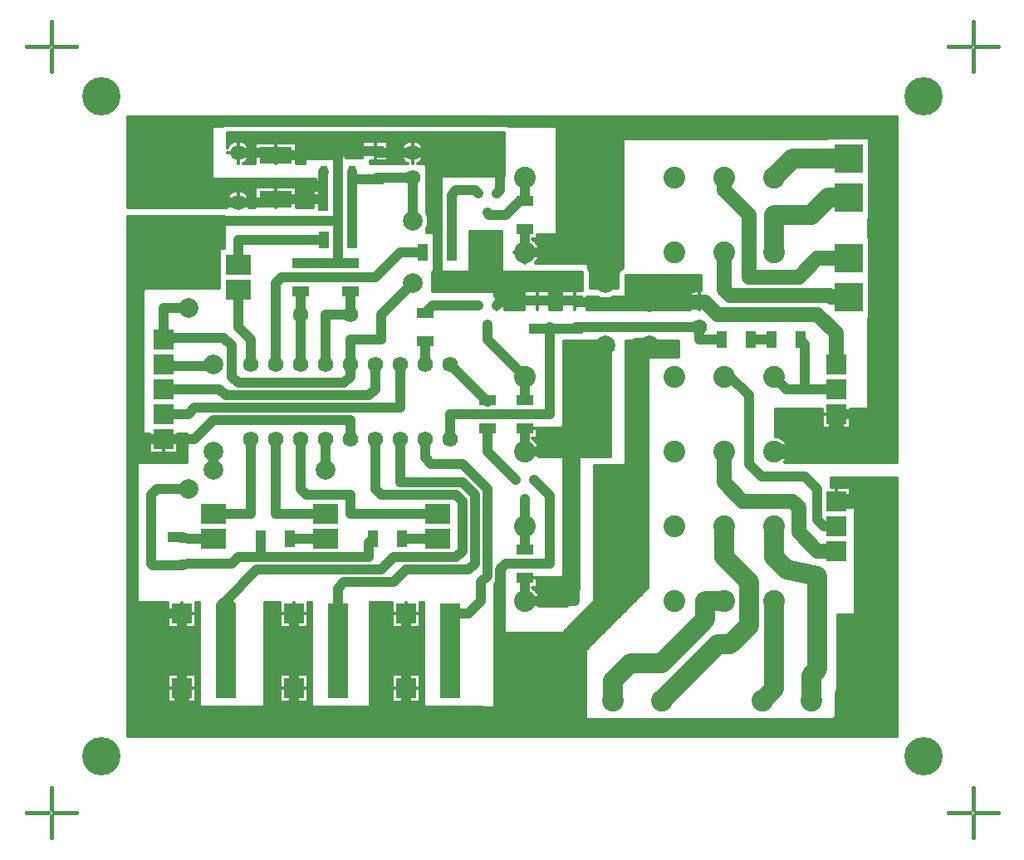
<source format=gbr>
G04                                                                  *
G04 SOURCE        : LAYO1 PCB.EXE VERSION 10                         *
G04 FORMAT        : GERBER RS-274X, Inch, 2.4, Leading Zero          *
G04 TITLE         : CNC3018SWITCHER_SIGNAL BOTTOM                    *
G04 TIME          : Thursday, May 11, 2023  21:45:24                 *
G04                                                                  *
G04 Board width   : 120.000 mm. =  4.7244 inch                       *
G04 Board height  : 100.000 mm. =  3.9370 inch                       *
G04 Board offset  :   0.000 mm. =  0.0000 inch                       *
G04 Board offset  :   0.000 mm. =  0.0000 inch                       *
G04                                                                  *
G04 Apertures:                                                       *
G04       Type          X       Y             X       Y        Used  *
G04                      Inches                Metric                *
G04 D10   Round       0.1535  0.1535        3.900   3.900         4  *
G04 D11   Draw        0.0394  0.0394        1.000   1.000       328  *
G04 D12   Draw        0.0591  0.0591        1.500   1.500        55  *
G04 D13   Draw        0.0787  0.0787        2.000   2.000        38  *
G04 D14   Round       0.0787  0.0787        2.000   2.000        12  *
G04 D15   Round       0.0622  0.0622        1.580   1.580        26  *
G04 D16   Rectangle   0.0669  0.1299        1.700   3.300         2  *
G04 D17   Rectangle   0.0441  0.0669        1.120   1.700        24  *
G04 D18   Rectangle   0.0441  0.0669        1.120   1.700        14  *
G04 D19   Rectangle   0.0787  0.0984        2.000   2.500         8  *
G04 D20   Square      0.1181  0.1181        3.000   3.000         4  *
G04 D21   Round       0.0874  0.0874        2.220   2.220        28  *
G04 D22   Rectangle   0.0787  0.0787        2.000   2.000        11  *
G04 D23   Rectangle   0.0283  0.0362        0.720   0.920         9  *
G04 D24   Square      0.0787  0.0787        2.000   2.000        12  *
G04 D25   Rectangle   0.0299  0.0472        0.760   1.200         2  *
G04 D26   Rectangle   0.0299  0.0717        0.760   1.820         1  *
G04 D27   Draw        0.0157  0.0157        0.400   0.400        32  *
G04 D28   Draw        0.0119  0.0119        0.301   0.301      4233  *
G04                                                                  *
%FSLAX24Y24*
MOIN*
SFA1.0B1.0*%
%ADD10C,0.1535*%
%ADD11C,0.0394*%
%ADD12C,0.0591*%
%ADD13C,0.0787*%
%ADD14C,0.0787*%
%ADD15C,0.0622*%
%ADD16R,0.1299X0.0669*%
%ADD17R,0.0669X0.0441*%
%ADD18R,0.0441X0.0669*%
%ADD19R,0.0984X0.0787*%
%ADD20R,0.1181X0.1181*%
%ADD21C,0.0874*%
%ADD22R,0.0787X0.0787*%
%ADD23R,0.0283X0.0362*%
%ADD24R,0.0787X0.0787*%
%ADD25R,0.0299X0.0472*%
%ADD26R,0.0299X0.0717*%
%ADD27C,0.0157*%
%ADD28C,0.0119*%
%LNSIGNAL BOTTOM*%
G54D10*
X007000Y033370D03*
X007000Y006870D03*
X040000Y006870D03*
X040000Y033370D03*
G54D11*
X020000Y022620D02*
X020000Y023541D01*
X021000Y022620D02*
X022500Y021120D01*
X022500Y021199D01*
X024000Y015183D02*
X024000Y016120D01*
X024000Y016120D02*
X024000Y017207D01*
X024000Y029183D02*
X024000Y030120D01*
X022500Y028707D02*
X022587Y028620D01*
X023250Y028620D01*
X023750Y029120D01*
X024000Y021183D02*
X024000Y022120D01*
X022500Y024207D02*
X022500Y023620D01*
X024000Y022120D01*
X036500Y016120D02*
X036000Y016120D01*
X035750Y016370D01*
X035750Y017620D01*
X035250Y018120D01*
X033500Y018120D01*
X033000Y018620D01*
X033000Y021370D01*
X032250Y022120D01*
X032000Y022120D01*
X034000Y022120D02*
X034500Y021620D01*
X036500Y021620D01*
X035063Y023620D02*
X035250Y023433D01*
X035250Y021620D01*
X019921Y027120D02*
X019000Y027120D01*
X018000Y026120D01*
X014250Y026120D01*
X014000Y025870D01*
X014000Y022620D01*
X013000Y022620D02*
X013000Y023620D01*
X012500Y024120D01*
X012500Y025620D01*
X012500Y026620D02*
X012500Y027620D01*
X015937Y027620D01*
X016500Y009620D02*
X016500Y012620D01*
X019000Y019620D02*
X019000Y017870D01*
X021500Y017870D01*
X022000Y017370D01*
X022000Y014620D01*
X021750Y014370D01*
X019250Y014370D01*
X018750Y013870D01*
X016750Y013870D01*
X016500Y013620D01*
X016500Y012620D01*
X021000Y009620D02*
X021000Y012620D01*
X021750Y012620D02*
X021000Y012620D01*
X021750Y012620D02*
X022250Y013120D01*
X022250Y013870D01*
X022500Y014120D01*
X022500Y017620D01*
X021500Y018620D01*
X020250Y018620D01*
X020000Y018870D01*
X020000Y019620D01*
X024500Y024041D02*
X026000Y024041D01*
X026000Y024041D02*
X026079Y024120D01*
X031000Y024120D01*
X021000Y019620D02*
X021000Y020620D01*
X025000Y020620D01*
X025000Y024120D01*
X031921Y023620D02*
X031000Y023620D01*
X031000Y024120D01*
X033063Y023620D02*
X033921Y023620D01*
X012000Y012870D02*
X012000Y012620D01*
X018000Y019620D02*
X018000Y017620D01*
X018250Y017370D01*
X021250Y017370D01*
X021500Y017120D01*
X021500Y015120D01*
X021250Y014870D01*
X018750Y014870D01*
X018250Y014370D01*
X013250Y014370D01*
X012000Y013120D01*
X012000Y012620D01*
X017000Y024620D02*
X017000Y025557D01*
X016000Y022620D02*
X016000Y024620D01*
X017000Y024620D01*
X015000Y025557D02*
X015000Y024620D01*
X015000Y022620D02*
X015000Y024620D01*
X016000Y016620D02*
X016000Y016620D01*
X014000Y016620D01*
X014000Y019620D01*
X011500Y016620D02*
X013000Y016620D01*
X013000Y019620D01*
X020500Y016620D02*
X020500Y016620D01*
X017000Y016620D01*
X017000Y017370D01*
X015250Y017370D01*
X015000Y017620D01*
X015000Y019620D01*
X019063Y015620D02*
X020500Y015620D01*
X014563Y015620D02*
X016000Y015620D01*
X010000Y015683D02*
X010563Y015620D01*
X011500Y015620D01*
X016500Y027699D02*
X016504Y027703D01*
X016504Y030484D01*
X014000Y031120D02*
X012500Y031120D01*
X016500Y031120D02*
X016579Y031199D01*
X018000Y031199D01*
X018000Y031199D02*
X018079Y031120D01*
X019500Y031120D01*
X016500Y031120D02*
X016398Y031018D01*
X014000Y031018D01*
X016504Y030484D02*
X016500Y030488D01*
X016500Y031120D01*
X015000Y026699D02*
X017000Y026699D01*
X016500Y026699D02*
X016500Y027870D01*
X022874Y029494D02*
X023000Y029620D01*
X023000Y031120D01*
X019500Y031120D01*
X022874Y024994D02*
X023000Y025120D01*
X023000Y025870D01*
X020500Y025870D01*
X020500Y031120D01*
X022875Y024995D02*
X023063Y025183D01*
X026000Y025183D01*
X026000Y025183D02*
X026063Y025120D01*
X031000Y025120D01*
X010250Y009620D02*
X010250Y012620D01*
X014750Y009620D02*
X014750Y012620D01*
X019250Y009620D02*
X019250Y012620D01*
X009500Y019620D02*
X008250Y019620D01*
X008250Y012620D01*
X010250Y012620D01*
X019500Y008620D02*
X019500Y008620D01*
X010250Y008620D01*
X010250Y009620D01*
X014750Y008620D02*
X014750Y009620D01*
X008250Y019620D02*
X008250Y028370D01*
X016500Y028370D01*
X024374Y017994D02*
X025000Y017368D01*
X025000Y014620D01*
X023250Y014620D01*
X023000Y014370D01*
X023000Y008620D01*
X019250Y008620D01*
X019250Y009620D01*
X017000Y019620D02*
X017000Y020370D01*
X011500Y020370D01*
X010750Y019620D01*
X009500Y019620D01*
X017921Y015620D02*
X017750Y015449D01*
X017750Y014870D01*
X013500Y014870D02*
X013421Y014949D01*
X013421Y015620D01*
X017067Y030358D02*
X017063Y030354D01*
X017063Y029120D01*
X017063Y030120D02*
X017126Y030057D01*
X018000Y030057D01*
X018000Y030057D02*
X018063Y030120D01*
X019500Y030120D01*
X017079Y027620D02*
X017063Y027636D01*
X017063Y029120D01*
X009500Y023620D02*
X010079Y023699D01*
X010500Y023699D01*
X017750Y014870D02*
X013500Y014870D01*
X010000Y014541D02*
X010579Y014620D01*
X012250Y014620D01*
X012500Y014870D01*
X013500Y014870D01*
X019500Y030120D02*
X019500Y028370D01*
X019500Y025870D02*
X018250Y024620D01*
X018250Y023620D01*
X017000Y023620D01*
X017000Y022620D01*
X017000Y022620D02*
X017000Y022120D01*
X016750Y021870D01*
X012500Y021870D01*
X012250Y022120D01*
X012250Y023370D01*
X011921Y023699D01*
X010500Y023699D01*
X009500Y023620D02*
X009500Y024870D01*
X010500Y024870D01*
X010500Y017620D02*
X009250Y017620D01*
X009000Y017370D01*
X009000Y014620D01*
X009079Y014541D01*
X010000Y014541D01*
X022126Y029494D02*
X022000Y029620D01*
X021250Y029620D01*
X021063Y029433D01*
X021063Y027120D01*
X022500Y020057D02*
X022500Y019120D01*
X023626Y017994D01*
X023626Y017994D01*
X020000Y024683D02*
X020311Y024994D01*
X022126Y024994D01*
X018000Y022620D02*
X018000Y021620D01*
X017750Y021370D01*
X012000Y021370D01*
X011750Y021620D01*
X009500Y021620D01*
X019000Y022620D02*
X019000Y020870D01*
X010750Y020870D01*
X010500Y020620D01*
X009500Y020620D01*
X009500Y022620D02*
X010063Y022557D01*
X010500Y022557D01*
X016000Y019620D02*
X016000Y018370D01*
X011500Y018370D02*
X011500Y019120D01*
X011500Y022620D02*
X011437Y022557D01*
X010500Y022557D01*
X015941Y030358D02*
X015921Y030338D01*
X015921Y029120D01*
X015921Y029120D02*
X015795Y029246D01*
X014000Y029246D01*
X014000Y029246D02*
X013874Y029120D01*
X012500Y029120D01*
X024000Y028041D02*
X024000Y027120D01*
X036500Y020620D02*
X037500Y020620D01*
X011250Y032370D02*
X011250Y029120D01*
X012500Y029120D01*
X026000Y032370D02*
X026000Y027120D01*
X024000Y027120D01*
X026000Y013120D02*
X024000Y013120D01*
X024000Y019120D02*
X026000Y019120D01*
X024000Y019120D02*
X024000Y020041D01*
X024000Y013120D02*
X024000Y014041D01*
X026000Y027120D02*
X027250Y027120D01*
X027250Y025870D01*
X026000Y013120D02*
X026000Y019120D01*
X026000Y019120D02*
X026000Y019120D01*
X027250Y019120D01*
X027250Y023370D01*
X011250Y032370D02*
X036750Y032370D01*
X036750Y032370D02*
X038000Y032370D01*
X038000Y020620D01*
X037500Y020620D01*
G54D12*
X032000Y030120D02*
X032000Y029620D01*
X033000Y028620D01*
X033000Y027120D01*
X033000Y027120D02*
X033000Y026120D01*
X035000Y026120D01*
X035750Y026870D01*
X037000Y026870D01*
X036250Y025370D02*
X032250Y025370D01*
X032000Y025620D01*
X032000Y027120D01*
X036250Y025370D02*
X036313Y025308D01*
X037000Y025308D01*
X032000Y019120D02*
X032000Y017870D01*
X032750Y017120D01*
X034750Y017120D01*
X035000Y016870D01*
X035000Y015870D01*
X035750Y015120D01*
X036500Y015120D01*
X022250Y008120D02*
X022250Y008620D01*
X037500Y017120D02*
X036500Y017120D01*
X031750Y024620D02*
X031250Y025120D01*
X031000Y025120D01*
X031000Y025120D02*
X029000Y025120D01*
X029000Y023370D02*
X028500Y023370D01*
X028500Y013870D01*
X025500Y010870D01*
X025500Y008120D01*
X022250Y008620D02*
X010250Y008620D01*
X010250Y009620D01*
X022250Y008120D02*
X036500Y008120D01*
X036750Y008370D01*
X036750Y009370D01*
X037250Y009870D01*
X037500Y009870D01*
X037500Y017120D01*
X031750Y024620D02*
X035750Y024620D01*
X036500Y023870D01*
X036500Y022620D01*
X036500Y020620D02*
X036500Y019120D01*
X034000Y019120D01*
G54D13*
X032000Y013120D02*
X031250Y013120D01*
X031250Y012370D01*
X029500Y010620D01*
X028250Y010620D01*
X027531Y009902D01*
X027531Y009120D01*
X034000Y016120D02*
X034000Y014870D01*
X034500Y014370D01*
X035750Y014120D01*
X035750Y010370D01*
X035500Y010120D01*
X035500Y009120D01*
X033531Y009120D02*
X034000Y009589D01*
X034000Y013120D01*
X034000Y030120D02*
X034750Y030870D01*
X037000Y030870D01*
X034000Y027120D02*
X034000Y028620D01*
X035500Y028620D01*
X036188Y029308D01*
X037000Y029308D01*
X029500Y009120D02*
X031750Y011370D01*
X032250Y011370D01*
X033000Y012120D01*
X033000Y013870D01*
X032000Y014870D01*
X032000Y016120D01*
X016500Y012620D02*
X016500Y009620D01*
X021000Y012620D02*
X021000Y009620D01*
X012000Y012870D02*
X012000Y009620D01*
G54D14*
X029000Y025120D03*
X029000Y023370D03*
X019500Y028370D03*
X019500Y025870D03*
X010500Y024870D03*
X010500Y017620D03*
X016000Y018370D03*
X011500Y018370D03*
X011500Y019120D03*
X011500Y022620D03*
X027250Y025870D03*
X027250Y023370D03*
G54D15*
X012500Y029120D03*
X012500Y031120D03*
X019500Y030120D03*
X019500Y031120D03*
X031000Y024120D03*
X031000Y025120D03*
X013000Y019620D03*
X014000Y019620D03*
X015000Y019620D03*
X016000Y019620D03*
X017000Y019620D03*
X018000Y019620D03*
X019000Y019620D03*
X020000Y019620D03*
X021000Y019620D03*
X021000Y022620D03*
X020000Y022620D03*
X019000Y022620D03*
X018000Y022620D03*
X017000Y022620D03*
X016000Y022620D03*
X015000Y022620D03*
X014000Y022620D03*
X013000Y022620D03*
X017000Y024620D03*
X015000Y024620D03*
G54D16*
X014000Y029246D03*
X014000Y031018D03*
G54D17*
X018000Y030057D03*
X018000Y031199D03*
X015000Y025557D03*
X015000Y026699D03*
X017000Y025557D03*
X017000Y026699D03*
X024000Y029183D03*
X024000Y028041D03*
X024000Y015183D03*
X024000Y014041D03*
X024000Y021183D03*
X024000Y020041D03*
X024500Y025183D03*
X024500Y024041D03*
X022500Y020057D03*
X022500Y021199D03*
X020000Y024683D03*
X020000Y023541D03*
X010000Y015683D03*
X010000Y014541D03*
X010500Y022557D03*
X010500Y023699D03*
X026000Y025183D03*
X026000Y024041D03*
G54D18*
X017063Y029120D03*
X015921Y029120D03*
X033063Y023620D03*
X031921Y023620D03*
X021063Y027120D03*
X019921Y027120D03*
X015937Y027620D03*
X017079Y027620D03*
X014563Y015620D03*
X013421Y015620D03*
X019063Y015620D03*
X017921Y015620D03*
X035063Y023620D03*
X033921Y023620D03*
G54D19*
X012500Y026620D03*
X012500Y025620D03*
X011500Y015620D03*
X011500Y016620D03*
X016000Y015620D03*
X016000Y016620D03*
X020500Y015620D03*
X020500Y016620D03*
G54D20*
X037000Y030870D03*
X037000Y029308D03*
X037000Y026870D03*
X037000Y025308D03*
G54D21*
X035500Y009120D03*
X033531Y009120D03*
X029500Y009120D03*
X027531Y009120D03*
X024000Y027120D03*
X024000Y030120D03*
X032000Y027120D03*
X030000Y027120D03*
X034000Y027120D03*
X032000Y030120D03*
X030000Y030120D03*
X034000Y030120D03*
X024000Y013120D03*
X024000Y016120D03*
X032000Y013120D03*
X030000Y013120D03*
X034000Y013120D03*
X032000Y016120D03*
X030000Y016120D03*
X034000Y016120D03*
X024000Y019120D03*
X024000Y022120D03*
X032000Y019120D03*
X030000Y019120D03*
X034000Y019120D03*
X032000Y022120D03*
X030000Y022120D03*
X034000Y022120D03*
G54D22*
X036500Y020620D03*
X036500Y021620D03*
X036500Y022620D03*
X036500Y015120D03*
X036500Y016120D03*
X036500Y017120D03*
X009500Y019620D03*
X009500Y020620D03*
X009500Y021620D03*
X009500Y022620D03*
X009500Y023620D03*
G54D23*
X022126Y029494D03*
X022874Y029494D03*
X022500Y028707D03*
X023626Y017994D03*
X024374Y017994D03*
X024000Y017207D03*
X022126Y024994D03*
X022874Y024994D03*
X022500Y024207D03*
G54D24*
X012000Y012620D03*
X012000Y009620D03*
X010250Y009620D03*
X010250Y012620D03*
X016500Y012620D03*
X016500Y009620D03*
X014750Y009620D03*
X014750Y012620D03*
X021000Y012620D03*
X021000Y009620D03*
X019250Y009620D03*
X019250Y012620D03*
G54D25*
X017067Y030358D03*
X015941Y030358D03*
G54D26*
X016504Y030484D03*
G54D27*
X004000Y035370D02*
X004875Y035370D01*
X005000Y035245D02*
X005000Y034370D01*
X005125Y035370D02*
X006000Y035370D01*
X005000Y035495D02*
X005000Y036370D01*
X041000Y035370D02*
X041875Y035370D01*
X042000Y035245D02*
X042000Y034370D01*
X042125Y035370D02*
X043000Y035370D01*
X042000Y035495D02*
X042000Y036370D01*
X041000Y004620D02*
X041875Y004620D01*
X042000Y004495D02*
X042000Y003620D01*
X042125Y004620D02*
X043000Y004620D01*
X042000Y004745D02*
X042000Y005620D01*
X004000Y004620D02*
X004875Y004620D01*
X005000Y004495D02*
X005000Y003620D01*
X005125Y004620D02*
X006000Y004620D01*
X005000Y004745D02*
X005000Y005620D01*
G54D28*
X025500Y011811D02*
X025515Y011813D01*
X025530Y011819D01*
X025542Y011828D01*
X026792Y013078D01*
X026801Y013090D01*
X026807Y013105D01*
X026809Y013120D01*
X026809Y018561D01*
X028000Y018561D01*
X028015Y018563D01*
X028030Y018569D01*
X028042Y018578D01*
X028051Y018590D01*
X028057Y018605D01*
X028059Y018620D01*
X028059Y023561D01*
X030191Y023561D01*
X030191Y022929D01*
X029000Y022929D01*
X028985Y022927D01*
X028970Y022921D01*
X028958Y022912D01*
X028949Y022900D01*
X028943Y022885D01*
X028941Y022870D01*
X028941Y013645D01*
X026458Y011162D01*
X026449Y011150D01*
X026443Y011135D01*
X026441Y011120D01*
X026441Y008370D01*
X026443Y008355D01*
X026449Y008340D01*
X026458Y008328D01*
X026470Y008319D01*
X026485Y008313D01*
X026500Y008311D01*
X036500Y008311D01*
X036515Y008313D01*
X036530Y008319D01*
X036542Y008328D01*
X036551Y008340D01*
X036557Y008355D01*
X036559Y008370D01*
X036559Y012561D01*
X037250Y012561D01*
X037265Y012563D01*
X037280Y012569D01*
X037292Y012578D01*
X037301Y012590D01*
X037307Y012605D01*
X037309Y012620D01*
X037309Y016870D01*
X037307Y016885D01*
X037301Y016900D01*
X037292Y016912D01*
X037280Y016921D01*
X037265Y016927D01*
X037250Y016929D01*
X037071Y016929D01*
X037071Y017120D01*
X036500Y017120D01*
X036500Y016929D01*
X036500Y016929D01*
X036500Y017120D01*
X036309Y017120D01*
X036309Y017120D01*
X036500Y017120D01*
X036500Y017692D01*
X036309Y017692D01*
X036309Y018061D01*
X038941Y018061D01*
X038941Y007679D01*
X008059Y007679D01*
X008059Y028561D01*
X011941Y028561D01*
X011941Y027270D01*
X011752Y027270D01*
X011752Y025679D01*
X008750Y025679D01*
X008735Y025677D01*
X008720Y025671D01*
X008708Y025662D01*
X008699Y025650D01*
X008693Y025635D01*
X008691Y025620D01*
X008691Y019870D01*
X008693Y019855D01*
X008699Y019840D01*
X008708Y019828D01*
X008720Y019819D01*
X008735Y019813D01*
X008750Y019811D01*
X008929Y019811D01*
X008929Y019620D01*
X009500Y019620D01*
X009500Y019811D01*
X009500Y019811D01*
X009500Y019620D01*
X010071Y019620D01*
X010071Y019811D01*
X010441Y019811D01*
X010441Y018679D01*
X008500Y018679D01*
X008485Y018677D01*
X008470Y018671D01*
X008458Y018662D01*
X008449Y018650D01*
X008443Y018635D01*
X008441Y018620D01*
X008441Y013120D01*
X008443Y013105D01*
X008449Y013090D01*
X008458Y013078D01*
X008470Y013069D01*
X008485Y013063D01*
X008500Y013061D01*
X009679Y013061D01*
X009679Y012620D01*
X010250Y012620D01*
X010250Y013061D01*
X010250Y013061D01*
X010250Y012620D01*
X010821Y012620D01*
X010821Y013061D01*
X010941Y013061D01*
X010941Y008870D01*
X010943Y008855D01*
X010949Y008840D01*
X010958Y008828D01*
X010970Y008819D01*
X010985Y008813D01*
X011000Y008811D01*
X013500Y008811D01*
X013515Y008813D01*
X013530Y008819D01*
X013542Y008828D01*
X013551Y008840D01*
X013557Y008855D01*
X013559Y008870D01*
X013559Y013061D01*
X014179Y013061D01*
X014179Y012620D01*
X014750Y012620D01*
X014750Y013061D01*
X014750Y013061D01*
X014750Y012620D01*
X015321Y012620D01*
X015321Y013061D01*
X015441Y013061D01*
X015441Y008870D01*
X015443Y008855D01*
X015449Y008840D01*
X015458Y008828D01*
X015470Y008819D01*
X015485Y008813D01*
X015500Y008811D01*
X017750Y008811D01*
X017765Y008813D01*
X017780Y008819D01*
X017792Y008828D01*
X017801Y008840D01*
X017807Y008855D01*
X017809Y008870D01*
X017809Y013061D01*
X018679Y013061D01*
X018679Y012620D01*
X019250Y012620D01*
X019250Y013061D01*
X019250Y013061D01*
X019250Y012620D01*
X019821Y012620D01*
X019821Y013061D01*
X019941Y013061D01*
X019941Y008870D01*
X019943Y008855D01*
X019949Y008840D01*
X019958Y008828D01*
X019970Y008819D01*
X019985Y008813D01*
X020000Y008811D01*
X022750Y008811D01*
X022765Y008813D01*
X022780Y008819D01*
X022792Y008828D01*
X022801Y008840D01*
X022807Y008855D01*
X022809Y008870D01*
X022809Y013789D01*
X022820Y013800D01*
X022892Y013894D01*
X022938Y014003D01*
X022953Y014120D01*
X022953Y014561D01*
X023191Y014561D01*
X023191Y011870D01*
X023193Y011855D01*
X023199Y011840D01*
X023208Y011828D01*
X023220Y011819D01*
X023235Y011813D01*
X023250Y011811D01*
X025500Y011811D01*
X019821Y010192D02*
X019250Y010192D01*
X019250Y009620D01*
X019821Y009620D01*
X019821Y010192D01*
X019821Y009620D02*
X019250Y009620D01*
X019250Y009049D01*
X019821Y009049D01*
X019821Y009620D01*
X019821Y012049D02*
X019821Y012620D01*
X019250Y012620D01*
X019250Y012049D01*
X019821Y012049D01*
X019250Y010192D02*
X018679Y010192D01*
X018679Y009620D01*
X019250Y009620D01*
X019250Y010192D01*
X019250Y009620D02*
X018679Y009620D01*
X018679Y009049D01*
X019250Y009049D01*
X019250Y009620D01*
X019250Y012049D02*
X019250Y012620D01*
X018679Y012620D01*
X018679Y012049D01*
X019250Y012049D01*
X015321Y010192D02*
X014750Y010192D01*
X014750Y009620D01*
X015321Y009620D01*
X015321Y010192D01*
X015321Y009620D02*
X014750Y009620D01*
X014750Y009049D01*
X015321Y009049D01*
X015321Y009620D01*
X015321Y012049D02*
X015321Y012620D01*
X014750Y012620D01*
X014750Y012049D01*
X015321Y012049D01*
X014750Y010192D02*
X014179Y010192D01*
X014179Y009620D01*
X014750Y009620D01*
X014750Y010192D01*
X014750Y009620D02*
X014179Y009620D01*
X014179Y009049D01*
X014750Y009049D01*
X014750Y009620D01*
X014750Y012049D02*
X014750Y012620D01*
X014179Y012620D01*
X014179Y012049D01*
X014750Y012049D01*
X037071Y017120D02*
X037071Y017692D01*
X036500Y017692D01*
X036500Y017120D01*
X037071Y017120D01*
X010821Y010192D02*
X010250Y010192D01*
X010250Y009620D01*
X010821Y009620D01*
X010821Y010192D01*
X010821Y009620D02*
X010250Y009620D01*
X010250Y009049D01*
X010821Y009049D01*
X010821Y009620D01*
X010821Y012049D02*
X010821Y012620D01*
X010250Y012620D01*
X010250Y012049D01*
X010821Y012049D01*
X010250Y010192D02*
X009679Y010192D01*
X009679Y009620D01*
X010250Y009620D01*
X010250Y010192D01*
X010250Y009620D02*
X009679Y009620D01*
X009679Y009049D01*
X010250Y009049D01*
X010250Y009620D01*
X010250Y012049D02*
X010250Y012620D01*
X009679Y012620D01*
X009679Y012049D01*
X010250Y012049D01*
X010071Y019049D02*
X010071Y019620D01*
X009500Y019620D01*
X009500Y019049D01*
X010071Y019049D01*
X009500Y019049D02*
X009500Y019620D01*
X008929Y019620D01*
X008929Y019049D01*
X009500Y019049D01*
X008059Y028561D02*
X011941Y028561D01*
X008059Y028482D02*
X011941Y028482D01*
X008059Y028403D02*
X011941Y028403D01*
X008059Y028323D02*
X011941Y028323D01*
X008059Y028244D02*
X011941Y028244D01*
X008059Y028165D02*
X011941Y028165D01*
X008059Y028086D02*
X011941Y028086D01*
X008059Y028007D02*
X011941Y028007D01*
X008059Y027928D02*
X011941Y027928D01*
X008059Y027849D02*
X011941Y027849D01*
X008059Y027769D02*
X011941Y027769D01*
X008059Y027690D02*
X011941Y027690D01*
X008059Y027611D02*
X011941Y027611D01*
X008059Y027532D02*
X011941Y027532D01*
X008059Y027453D02*
X011941Y027453D01*
X008059Y027374D02*
X011941Y027374D01*
X008059Y027295D02*
X011941Y027295D01*
X008059Y027216D02*
X011752Y027216D01*
X008059Y027136D02*
X011752Y027136D01*
X008059Y027057D02*
X011752Y027057D01*
X008059Y026978D02*
X011752Y026978D01*
X008059Y026899D02*
X011752Y026899D01*
X008059Y026820D02*
X011752Y026820D01*
X008059Y026741D02*
X011752Y026741D01*
X008059Y026662D02*
X011752Y026662D01*
X008059Y026582D02*
X011752Y026582D01*
X008059Y026503D02*
X011752Y026503D01*
X008059Y026424D02*
X011752Y026424D01*
X008059Y026345D02*
X011752Y026345D01*
X008059Y026266D02*
X011752Y026266D01*
X008059Y026187D02*
X011752Y026187D01*
X008059Y026108D02*
X011752Y026108D01*
X008059Y026029D02*
X011752Y026029D01*
X008059Y025949D02*
X011752Y025949D01*
X008059Y025870D02*
X011752Y025870D01*
X008059Y025791D02*
X011752Y025791D01*
X008059Y025712D02*
X011752Y025712D01*
X008059Y025633D02*
X008692Y025633D01*
X008059Y025554D02*
X008691Y025554D01*
X008059Y025475D02*
X008691Y025475D01*
X008059Y025395D02*
X008691Y025395D01*
X008059Y025316D02*
X008691Y025316D01*
X008059Y025237D02*
X008691Y025237D01*
X008059Y025158D02*
X008691Y025158D01*
X008059Y025079D02*
X008691Y025079D01*
X008059Y025000D02*
X008691Y025000D01*
X008059Y024921D02*
X008691Y024921D01*
X008059Y024842D02*
X008691Y024842D01*
X008059Y024762D02*
X008691Y024762D01*
X008059Y024683D02*
X008691Y024683D01*
X008059Y024604D02*
X008691Y024604D01*
X008059Y024525D02*
X008691Y024525D01*
X008059Y024446D02*
X008691Y024446D01*
X008059Y024367D02*
X008691Y024367D01*
X008059Y024288D02*
X008691Y024288D01*
X008059Y024208D02*
X008691Y024208D01*
X008059Y024129D02*
X008691Y024129D01*
X008059Y024050D02*
X008691Y024050D01*
X008059Y023971D02*
X008691Y023971D01*
X008059Y023892D02*
X008691Y023892D01*
X008059Y023813D02*
X008691Y023813D01*
X008059Y023734D02*
X008691Y023734D01*
X008059Y023655D02*
X008691Y023655D01*
X008059Y023575D02*
X008691Y023575D01*
X008059Y023496D02*
X008691Y023496D01*
X028059Y023496D02*
X030191Y023496D01*
X008059Y023417D02*
X008691Y023417D01*
X028059Y023417D02*
X030191Y023417D01*
X008059Y023338D02*
X008691Y023338D01*
X028059Y023338D02*
X030191Y023338D01*
X008059Y023259D02*
X008691Y023259D01*
X028059Y023259D02*
X030191Y023259D01*
X008059Y023180D02*
X008691Y023180D01*
X028059Y023180D02*
X030191Y023180D01*
X008059Y023101D02*
X008691Y023101D01*
X028059Y023101D02*
X030191Y023101D01*
X008059Y023021D02*
X008691Y023021D01*
X028059Y023021D02*
X030191Y023021D01*
X008059Y022942D02*
X008691Y022942D01*
X028059Y022942D02*
X030191Y022942D01*
X008059Y022863D02*
X008691Y022863D01*
X028059Y022863D02*
X028941Y022863D01*
X008059Y022784D02*
X008691Y022784D01*
X028059Y022784D02*
X028941Y022784D01*
X008059Y022705D02*
X008691Y022705D01*
X028059Y022705D02*
X028941Y022705D01*
X008059Y022626D02*
X008691Y022626D01*
X028059Y022626D02*
X028941Y022626D01*
X008059Y022547D02*
X008691Y022547D01*
X028059Y022547D02*
X028941Y022547D01*
X008059Y022468D02*
X008691Y022468D01*
X028059Y022468D02*
X028941Y022468D01*
X008059Y022388D02*
X008691Y022388D01*
X028059Y022388D02*
X028941Y022388D01*
X008059Y022309D02*
X008691Y022309D01*
X028059Y022309D02*
X028941Y022309D01*
X008059Y022230D02*
X008691Y022230D01*
X028059Y022230D02*
X028941Y022230D01*
X008059Y022151D02*
X008691Y022151D01*
X028059Y022151D02*
X028941Y022151D01*
X008059Y022072D02*
X008691Y022072D01*
X028059Y022072D02*
X028941Y022072D01*
X008059Y021993D02*
X008691Y021993D01*
X028059Y021993D02*
X028941Y021993D01*
X008059Y021914D02*
X008691Y021914D01*
X028059Y021914D02*
X028941Y021914D01*
X008059Y021834D02*
X008691Y021834D01*
X028059Y021834D02*
X028941Y021834D01*
X008059Y021755D02*
X008691Y021755D01*
X028059Y021755D02*
X028941Y021755D01*
X008059Y021676D02*
X008691Y021676D01*
X028059Y021676D02*
X028941Y021676D01*
X008059Y021597D02*
X008691Y021597D01*
X028059Y021597D02*
X028941Y021597D01*
X008059Y021518D02*
X008691Y021518D01*
X028059Y021518D02*
X028941Y021518D01*
X008059Y021439D02*
X008691Y021439D01*
X028059Y021439D02*
X028941Y021439D01*
X008059Y021360D02*
X008691Y021360D01*
X028059Y021360D02*
X028941Y021360D01*
X008059Y021281D02*
X008691Y021281D01*
X028059Y021281D02*
X028941Y021281D01*
X008059Y021201D02*
X008691Y021201D01*
X028059Y021201D02*
X028941Y021201D01*
X008059Y021122D02*
X008691Y021122D01*
X028059Y021122D02*
X028941Y021122D01*
X008059Y021043D02*
X008691Y021043D01*
X028059Y021043D02*
X028941Y021043D01*
X008059Y020964D02*
X008691Y020964D01*
X028059Y020964D02*
X028941Y020964D01*
X008059Y020885D02*
X008691Y020885D01*
X028059Y020885D02*
X028941Y020885D01*
X008059Y020806D02*
X008691Y020806D01*
X028059Y020806D02*
X028941Y020806D01*
X008059Y020727D02*
X008691Y020727D01*
X028059Y020727D02*
X028941Y020727D01*
X008059Y020647D02*
X008691Y020647D01*
X028059Y020647D02*
X028941Y020647D01*
X008059Y020568D02*
X008691Y020568D01*
X028059Y020568D02*
X028941Y020568D01*
X008059Y020489D02*
X008691Y020489D01*
X028059Y020489D02*
X028941Y020489D01*
X008059Y020410D02*
X008691Y020410D01*
X028059Y020410D02*
X028941Y020410D01*
X008059Y020331D02*
X008691Y020331D01*
X028059Y020331D02*
X028941Y020331D01*
X008059Y020252D02*
X008691Y020252D01*
X028059Y020252D02*
X028941Y020252D01*
X008059Y020173D02*
X008691Y020173D01*
X028059Y020173D02*
X028941Y020173D01*
X008059Y020094D02*
X008691Y020094D01*
X028059Y020094D02*
X028941Y020094D01*
X008059Y020014D02*
X008691Y020014D01*
X028059Y020014D02*
X028941Y020014D01*
X008059Y019935D02*
X008691Y019935D01*
X028059Y019935D02*
X028941Y019935D01*
X008059Y019856D02*
X008693Y019856D01*
X028059Y019856D02*
X028941Y019856D01*
X008059Y019777D02*
X008929Y019777D01*
X009500Y019777D02*
X009500Y019777D01*
X010071Y019777D02*
X010441Y019777D01*
X028059Y019777D02*
X028941Y019777D01*
X008059Y019698D02*
X008929Y019698D01*
X009500Y019698D02*
X009500Y019698D01*
X010071Y019698D02*
X010441Y019698D01*
X028059Y019698D02*
X028941Y019698D01*
X008059Y019619D02*
X008929Y019619D01*
X009500Y019619D02*
X009500Y019619D01*
X010071Y019619D02*
X010441Y019619D01*
X028059Y019619D02*
X028941Y019619D01*
X008059Y019540D02*
X008929Y019540D01*
X009500Y019540D02*
X009500Y019540D01*
X010071Y019540D02*
X010441Y019540D01*
X028059Y019540D02*
X028941Y019540D01*
X008059Y019460D02*
X008929Y019460D01*
X009500Y019460D02*
X009500Y019460D01*
X010071Y019460D02*
X010441Y019460D01*
X028059Y019460D02*
X028941Y019460D01*
X008059Y019381D02*
X008929Y019381D01*
X009500Y019381D02*
X009500Y019381D01*
X010071Y019381D02*
X010441Y019381D01*
X028059Y019381D02*
X028941Y019381D01*
X008059Y019302D02*
X008929Y019302D01*
X009500Y019302D02*
X009500Y019302D01*
X010071Y019302D02*
X010441Y019302D01*
X028059Y019302D02*
X028941Y019302D01*
X008059Y019223D02*
X008929Y019223D01*
X009500Y019223D02*
X009500Y019223D01*
X010071Y019223D02*
X010441Y019223D01*
X028059Y019223D02*
X028941Y019223D01*
X008059Y019144D02*
X008929Y019144D01*
X009500Y019144D02*
X009500Y019144D01*
X010071Y019144D02*
X010441Y019144D01*
X028059Y019144D02*
X028941Y019144D01*
X008059Y019065D02*
X008929Y019065D01*
X009500Y019065D02*
X009500Y019065D01*
X010071Y019065D02*
X010441Y019065D01*
X028059Y019065D02*
X028941Y019065D01*
X008059Y018986D02*
X010441Y018986D01*
X028059Y018986D02*
X028941Y018986D01*
X008059Y018906D02*
X010441Y018906D01*
X028059Y018906D02*
X028941Y018906D01*
X008059Y018827D02*
X010441Y018827D01*
X028059Y018827D02*
X028941Y018827D01*
X008059Y018748D02*
X010441Y018748D01*
X028059Y018748D02*
X028941Y018748D01*
X008059Y018669D02*
X008467Y018669D01*
X028059Y018669D02*
X028941Y018669D01*
X008059Y018590D02*
X008441Y018590D01*
X028051Y018590D02*
X028941Y018590D01*
X008059Y018511D02*
X008441Y018511D01*
X026809Y018511D02*
X028941Y018511D01*
X008059Y018432D02*
X008441Y018432D01*
X026809Y018432D02*
X028941Y018432D01*
X008059Y018353D02*
X008441Y018353D01*
X026809Y018353D02*
X028941Y018353D01*
X008059Y018273D02*
X008441Y018273D01*
X026809Y018273D02*
X028941Y018273D01*
X008059Y018194D02*
X008441Y018194D01*
X026809Y018194D02*
X028941Y018194D01*
X008059Y018115D02*
X008441Y018115D01*
X026809Y018115D02*
X028941Y018115D01*
X008059Y018036D02*
X008441Y018036D01*
X026809Y018036D02*
X028941Y018036D01*
X036309Y018036D02*
X038941Y018036D01*
X008059Y017957D02*
X008441Y017957D01*
X026809Y017957D02*
X028941Y017957D01*
X036309Y017957D02*
X038941Y017957D01*
X008059Y017878D02*
X008441Y017878D01*
X026809Y017878D02*
X028941Y017878D01*
X036309Y017878D02*
X038941Y017878D01*
X008059Y017799D02*
X008441Y017799D01*
X026809Y017799D02*
X028941Y017799D01*
X036309Y017799D02*
X038941Y017799D01*
X008059Y017719D02*
X008441Y017719D01*
X026809Y017719D02*
X028941Y017719D01*
X036309Y017719D02*
X038941Y017719D01*
X008059Y017640D02*
X008441Y017640D01*
X026809Y017640D02*
X028941Y017640D01*
X036500Y017640D02*
X036500Y017640D01*
X037071Y017640D02*
X038941Y017640D01*
X008059Y017561D02*
X008441Y017561D01*
X026809Y017561D02*
X028941Y017561D01*
X036500Y017561D02*
X036500Y017561D01*
X037071Y017561D02*
X038941Y017561D01*
X008059Y017482D02*
X008441Y017482D01*
X026809Y017482D02*
X028941Y017482D01*
X036500Y017482D02*
X036500Y017482D01*
X037071Y017482D02*
X038941Y017482D01*
X008059Y017403D02*
X008441Y017403D01*
X026809Y017403D02*
X028941Y017403D01*
X036500Y017403D02*
X036500Y017403D01*
X037071Y017403D02*
X038941Y017403D01*
X008059Y017324D02*
X008441Y017324D01*
X026809Y017324D02*
X028941Y017324D01*
X036500Y017324D02*
X036500Y017324D01*
X037071Y017324D02*
X038941Y017324D01*
X008059Y017245D02*
X008441Y017245D01*
X026809Y017245D02*
X028941Y017245D01*
X036500Y017245D02*
X036500Y017245D01*
X037071Y017245D02*
X038941Y017245D01*
X008059Y017166D02*
X008441Y017166D01*
X026809Y017166D02*
X028941Y017166D01*
X036500Y017166D02*
X036500Y017166D01*
X037071Y017166D02*
X038941Y017166D01*
X008059Y017086D02*
X008441Y017086D01*
X026809Y017086D02*
X028941Y017086D01*
X036500Y017086D02*
X036500Y017086D01*
X037071Y017086D02*
X038941Y017086D01*
X008059Y017007D02*
X008441Y017007D01*
X026809Y017007D02*
X028941Y017007D01*
X036500Y017007D02*
X036500Y017007D01*
X037071Y017007D02*
X038941Y017007D01*
X008059Y016928D02*
X008441Y016928D01*
X026809Y016928D02*
X028941Y016928D01*
X037259Y016928D02*
X038941Y016928D01*
X008059Y016849D02*
X008441Y016849D01*
X026809Y016849D02*
X028941Y016849D01*
X037309Y016849D02*
X038941Y016849D01*
X008059Y016770D02*
X008441Y016770D01*
X026809Y016770D02*
X028941Y016770D01*
X037309Y016770D02*
X038941Y016770D01*
X008059Y016691D02*
X008441Y016691D01*
X026809Y016691D02*
X028941Y016691D01*
X037309Y016691D02*
X038941Y016691D01*
X008059Y016612D02*
X008441Y016612D01*
X026809Y016612D02*
X028941Y016612D01*
X037309Y016612D02*
X038941Y016612D01*
X008059Y016532D02*
X008441Y016532D01*
X026809Y016532D02*
X028941Y016532D01*
X037309Y016532D02*
X038941Y016532D01*
X008059Y016453D02*
X008441Y016453D01*
X026809Y016453D02*
X028941Y016453D01*
X037309Y016453D02*
X038941Y016453D01*
X008059Y016374D02*
X008441Y016374D01*
X026809Y016374D02*
X028941Y016374D01*
X037309Y016374D02*
X038941Y016374D01*
X008059Y016295D02*
X008441Y016295D01*
X026809Y016295D02*
X028941Y016295D01*
X037309Y016295D02*
X038941Y016295D01*
X008059Y016216D02*
X008441Y016216D01*
X026809Y016216D02*
X028941Y016216D01*
X037309Y016216D02*
X038941Y016216D01*
X008059Y016137D02*
X008441Y016137D01*
X026809Y016137D02*
X028941Y016137D01*
X037309Y016137D02*
X038941Y016137D01*
X008059Y016058D02*
X008441Y016058D01*
X026809Y016058D02*
X028941Y016058D01*
X037309Y016058D02*
X038941Y016058D01*
X008059Y015979D02*
X008441Y015979D01*
X026809Y015979D02*
X028941Y015979D01*
X037309Y015979D02*
X038941Y015979D01*
X008059Y015899D02*
X008441Y015899D01*
X026809Y015899D02*
X028941Y015899D01*
X037309Y015899D02*
X038941Y015899D01*
X008059Y015820D02*
X008441Y015820D01*
X026809Y015820D02*
X028941Y015820D01*
X037309Y015820D02*
X038941Y015820D01*
X008059Y015741D02*
X008441Y015741D01*
X026809Y015741D02*
X028941Y015741D01*
X037309Y015741D02*
X038941Y015741D01*
X008059Y015662D02*
X008441Y015662D01*
X026809Y015662D02*
X028941Y015662D01*
X037309Y015662D02*
X038941Y015662D01*
X008059Y015583D02*
X008441Y015583D01*
X026809Y015583D02*
X028941Y015583D01*
X037309Y015583D02*
X038941Y015583D01*
X008059Y015504D02*
X008441Y015504D01*
X026809Y015504D02*
X028941Y015504D01*
X037309Y015504D02*
X038941Y015504D01*
X008059Y015425D02*
X008441Y015425D01*
X026809Y015425D02*
X028941Y015425D01*
X037309Y015425D02*
X038941Y015425D01*
X008059Y015345D02*
X008441Y015345D01*
X026809Y015345D02*
X028941Y015345D01*
X037309Y015345D02*
X038941Y015345D01*
X008059Y015266D02*
X008441Y015266D01*
X026809Y015266D02*
X028941Y015266D01*
X037309Y015266D02*
X038941Y015266D01*
X008059Y015187D02*
X008441Y015187D01*
X026809Y015187D02*
X028941Y015187D01*
X037309Y015187D02*
X038941Y015187D01*
X008059Y015108D02*
X008441Y015108D01*
X026809Y015108D02*
X028941Y015108D01*
X037309Y015108D02*
X038941Y015108D01*
X008059Y015029D02*
X008441Y015029D01*
X026809Y015029D02*
X028941Y015029D01*
X037309Y015029D02*
X038941Y015029D01*
X008059Y014950D02*
X008441Y014950D01*
X026809Y014950D02*
X028941Y014950D01*
X037309Y014950D02*
X038941Y014950D01*
X008059Y014871D02*
X008441Y014871D01*
X026809Y014871D02*
X028941Y014871D01*
X037309Y014871D02*
X038941Y014871D01*
X008059Y014792D02*
X008441Y014792D01*
X026809Y014792D02*
X028941Y014792D01*
X037309Y014792D02*
X038941Y014792D01*
X008059Y014712D02*
X008441Y014712D01*
X026809Y014712D02*
X028941Y014712D01*
X037309Y014712D02*
X038941Y014712D01*
X008059Y014633D02*
X008441Y014633D01*
X026809Y014633D02*
X028941Y014633D01*
X037309Y014633D02*
X038941Y014633D01*
X008059Y014554D02*
X008441Y014554D01*
X022953Y014554D02*
X023191Y014554D01*
X026809Y014554D02*
X028941Y014554D01*
X037309Y014554D02*
X038941Y014554D01*
X008059Y014475D02*
X008441Y014475D01*
X022953Y014475D02*
X023191Y014475D01*
X026809Y014475D02*
X028941Y014475D01*
X037309Y014475D02*
X038941Y014475D01*
X008059Y014396D02*
X008441Y014396D01*
X022953Y014396D02*
X023191Y014396D01*
X026809Y014396D02*
X028941Y014396D01*
X037309Y014396D02*
X038941Y014396D01*
X008059Y014317D02*
X008441Y014317D01*
X022953Y014317D02*
X023191Y014317D01*
X026809Y014317D02*
X028941Y014317D01*
X037309Y014317D02*
X038941Y014317D01*
X008059Y014238D02*
X008441Y014238D01*
X022953Y014238D02*
X023191Y014238D01*
X026809Y014238D02*
X028941Y014238D01*
X037309Y014238D02*
X038941Y014238D01*
X008059Y014158D02*
X008441Y014158D01*
X022953Y014158D02*
X023191Y014158D01*
X026809Y014158D02*
X028941Y014158D01*
X037309Y014158D02*
X038941Y014158D01*
X008059Y014079D02*
X008441Y014079D01*
X022948Y014079D02*
X023191Y014079D01*
X026809Y014079D02*
X028941Y014079D01*
X037309Y014079D02*
X038941Y014079D01*
X008059Y014000D02*
X008441Y014000D01*
X022936Y014000D02*
X023191Y014000D01*
X026809Y014000D02*
X028941Y014000D01*
X037309Y014000D02*
X038941Y014000D01*
X008059Y013921D02*
X008441Y013921D01*
X022904Y013921D02*
X023191Y013921D01*
X026809Y013921D02*
X028941Y013921D01*
X037309Y013921D02*
X038941Y013921D01*
X008059Y013842D02*
X008441Y013842D01*
X022853Y013842D02*
X023191Y013842D01*
X026809Y013842D02*
X028941Y013842D01*
X037309Y013842D02*
X038941Y013842D01*
X008059Y013763D02*
X008441Y013763D01*
X022809Y013763D02*
X023191Y013763D01*
X026809Y013763D02*
X028941Y013763D01*
X037309Y013763D02*
X038941Y013763D01*
X008059Y013684D02*
X008441Y013684D01*
X022809Y013684D02*
X023191Y013684D01*
X026809Y013684D02*
X028941Y013684D01*
X037309Y013684D02*
X038941Y013684D01*
X008059Y013605D02*
X008441Y013605D01*
X022809Y013605D02*
X023191Y013605D01*
X026809Y013605D02*
X028901Y013605D01*
X037309Y013605D02*
X038941Y013605D01*
X008059Y013525D02*
X008441Y013525D01*
X022809Y013525D02*
X023191Y013525D01*
X026809Y013525D02*
X028822Y013525D01*
X037309Y013525D02*
X038941Y013525D01*
X008059Y013446D02*
X008441Y013446D01*
X022809Y013446D02*
X023191Y013446D01*
X026809Y013446D02*
X028742Y013446D01*
X037309Y013446D02*
X038941Y013446D01*
X008059Y013367D02*
X008441Y013367D01*
X022809Y013367D02*
X023191Y013367D01*
X026809Y013367D02*
X028663Y013367D01*
X037309Y013367D02*
X038941Y013367D01*
X008059Y013288D02*
X008441Y013288D01*
X022809Y013288D02*
X023191Y013288D01*
X026809Y013288D02*
X028584Y013288D01*
X037309Y013288D02*
X038941Y013288D01*
X008059Y013209D02*
X008441Y013209D01*
X022809Y013209D02*
X023191Y013209D01*
X026809Y013209D02*
X028505Y013209D01*
X037309Y013209D02*
X038941Y013209D01*
X008059Y013130D02*
X008441Y013130D01*
X022809Y013130D02*
X023191Y013130D01*
X026809Y013130D02*
X028426Y013130D01*
X037309Y013130D02*
X038941Y013130D01*
X008059Y013051D02*
X009679Y013051D01*
X010250Y013051D02*
X010250Y013051D01*
X010821Y013051D02*
X010941Y013051D01*
X013559Y013051D02*
X014179Y013051D01*
X014750Y013051D02*
X014750Y013051D01*
X015321Y013051D02*
X015441Y013051D01*
X017809Y013051D02*
X018679Y013051D01*
X019250Y013051D02*
X019250Y013051D01*
X019821Y013051D02*
X019941Y013051D01*
X022809Y013051D02*
X023191Y013051D01*
X026764Y013051D02*
X028347Y013051D01*
X037309Y013051D02*
X038941Y013051D01*
X008059Y012971D02*
X009679Y012971D01*
X010250Y012971D02*
X010250Y012971D01*
X010821Y012971D02*
X010941Y012971D01*
X013559Y012971D02*
X014179Y012971D01*
X014750Y012971D02*
X014750Y012971D01*
X015321Y012971D02*
X015441Y012971D01*
X017809Y012971D02*
X018679Y012971D01*
X019250Y012971D02*
X019250Y012971D01*
X019821Y012971D02*
X019941Y012971D01*
X022809Y012971D02*
X023191Y012971D01*
X026685Y012971D02*
X028268Y012971D01*
X037309Y012971D02*
X038941Y012971D01*
X008059Y012892D02*
X009679Y012892D01*
X010250Y012892D02*
X010250Y012892D01*
X010821Y012892D02*
X010941Y012892D01*
X013559Y012892D02*
X014179Y012892D01*
X014750Y012892D02*
X014750Y012892D01*
X015321Y012892D02*
X015441Y012892D01*
X017809Y012892D02*
X018679Y012892D01*
X019250Y012892D02*
X019250Y012892D01*
X019821Y012892D02*
X019941Y012892D01*
X022809Y012892D02*
X023191Y012892D01*
X026606Y012892D02*
X028188Y012892D01*
X037309Y012892D02*
X038941Y012892D01*
X008059Y012813D02*
X009679Y012813D01*
X010250Y012813D02*
X010250Y012813D01*
X010821Y012813D02*
X010941Y012813D01*
X013559Y012813D02*
X014179Y012813D01*
X014750Y012813D02*
X014750Y012813D01*
X015321Y012813D02*
X015441Y012813D01*
X017809Y012813D02*
X018679Y012813D01*
X019250Y012813D02*
X019250Y012813D01*
X019821Y012813D02*
X019941Y012813D01*
X022809Y012813D02*
X023191Y012813D01*
X026527Y012813D02*
X028109Y012813D01*
X037309Y012813D02*
X038941Y012813D01*
X008059Y012734D02*
X009679Y012734D01*
X010250Y012734D02*
X010250Y012734D01*
X010821Y012734D02*
X010941Y012734D01*
X013559Y012734D02*
X014179Y012734D01*
X014750Y012734D02*
X014750Y012734D01*
X015321Y012734D02*
X015441Y012734D01*
X017809Y012734D02*
X018679Y012734D01*
X019250Y012734D02*
X019250Y012734D01*
X019821Y012734D02*
X019941Y012734D01*
X022809Y012734D02*
X023191Y012734D01*
X026448Y012734D02*
X028030Y012734D01*
X037309Y012734D02*
X038941Y012734D01*
X008059Y012655D02*
X009679Y012655D01*
X010250Y012655D02*
X010250Y012655D01*
X010821Y012655D02*
X010941Y012655D01*
X013559Y012655D02*
X014179Y012655D01*
X014750Y012655D02*
X014750Y012655D01*
X015321Y012655D02*
X015441Y012655D01*
X017809Y012655D02*
X018679Y012655D01*
X019250Y012655D02*
X019250Y012655D01*
X019821Y012655D02*
X019941Y012655D01*
X022809Y012655D02*
X023191Y012655D01*
X026369Y012655D02*
X027951Y012655D01*
X037309Y012655D02*
X038941Y012655D01*
X008059Y012576D02*
X009679Y012576D01*
X010250Y012576D02*
X010250Y012576D01*
X010821Y012576D02*
X010941Y012576D01*
X013559Y012576D02*
X014179Y012576D01*
X014750Y012576D02*
X014750Y012576D01*
X015321Y012576D02*
X015441Y012576D01*
X017809Y012576D02*
X018679Y012576D01*
X019250Y012576D02*
X019250Y012576D01*
X019821Y012576D02*
X019941Y012576D01*
X022809Y012576D02*
X023191Y012576D01*
X026290Y012576D02*
X027872Y012576D01*
X037289Y012576D02*
X038941Y012576D01*
X008059Y012497D02*
X009679Y012497D01*
X010250Y012497D02*
X010250Y012497D01*
X010821Y012497D02*
X010941Y012497D01*
X013559Y012497D02*
X014179Y012497D01*
X014750Y012497D02*
X014750Y012497D01*
X015321Y012497D02*
X015441Y012497D01*
X017809Y012497D02*
X018679Y012497D01*
X019250Y012497D02*
X019250Y012497D01*
X019821Y012497D02*
X019941Y012497D01*
X022809Y012497D02*
X023191Y012497D01*
X026210Y012497D02*
X027793Y012497D01*
X036559Y012497D02*
X038941Y012497D01*
X008059Y012418D02*
X009679Y012418D01*
X010250Y012418D02*
X010250Y012418D01*
X010821Y012418D02*
X010941Y012418D01*
X013559Y012418D02*
X014179Y012418D01*
X014750Y012418D02*
X014750Y012418D01*
X015321Y012418D02*
X015441Y012418D01*
X017809Y012418D02*
X018679Y012418D01*
X019250Y012418D02*
X019250Y012418D01*
X019821Y012418D02*
X019941Y012418D01*
X022809Y012418D02*
X023191Y012418D01*
X026131Y012418D02*
X027714Y012418D01*
X036559Y012418D02*
X038941Y012418D01*
X008059Y012338D02*
X009679Y012338D01*
X010250Y012338D02*
X010250Y012338D01*
X010821Y012338D02*
X010941Y012338D01*
X013559Y012338D02*
X014179Y012338D01*
X014750Y012338D02*
X014750Y012338D01*
X015321Y012338D02*
X015441Y012338D01*
X017809Y012338D02*
X018679Y012338D01*
X019250Y012338D02*
X019250Y012338D01*
X019821Y012338D02*
X019941Y012338D01*
X022809Y012338D02*
X023191Y012338D01*
X026052Y012338D02*
X027635Y012338D01*
X036559Y012338D02*
X038941Y012338D01*
X008059Y012259D02*
X009679Y012259D01*
X010250Y012259D02*
X010250Y012259D01*
X010821Y012259D02*
X010941Y012259D01*
X013559Y012259D02*
X014179Y012259D01*
X014750Y012259D02*
X014750Y012259D01*
X015321Y012259D02*
X015441Y012259D01*
X017809Y012259D02*
X018679Y012259D01*
X019250Y012259D02*
X019250Y012259D01*
X019821Y012259D02*
X019941Y012259D01*
X022809Y012259D02*
X023191Y012259D01*
X025973Y012259D02*
X027555Y012259D01*
X036559Y012259D02*
X038941Y012259D01*
X008059Y012180D02*
X009679Y012180D01*
X010250Y012180D02*
X010250Y012180D01*
X010821Y012180D02*
X010941Y012180D01*
X013559Y012180D02*
X014179Y012180D01*
X014750Y012180D02*
X014750Y012180D01*
X015321Y012180D02*
X015441Y012180D01*
X017809Y012180D02*
X018679Y012180D01*
X019250Y012180D02*
X019250Y012180D01*
X019821Y012180D02*
X019941Y012180D01*
X022809Y012180D02*
X023191Y012180D01*
X025894Y012180D02*
X027476Y012180D01*
X036559Y012180D02*
X038941Y012180D01*
X008059Y012101D02*
X009679Y012101D01*
X010250Y012101D02*
X010250Y012101D01*
X010821Y012101D02*
X010941Y012101D01*
X013559Y012101D02*
X014179Y012101D01*
X014750Y012101D02*
X014750Y012101D01*
X015321Y012101D02*
X015441Y012101D01*
X017809Y012101D02*
X018679Y012101D01*
X019250Y012101D02*
X019250Y012101D01*
X019821Y012101D02*
X019941Y012101D01*
X022809Y012101D02*
X023191Y012101D01*
X025815Y012101D02*
X027397Y012101D01*
X036559Y012101D02*
X038941Y012101D01*
X008059Y012022D02*
X010941Y012022D01*
X013559Y012022D02*
X015441Y012022D01*
X017809Y012022D02*
X019941Y012022D01*
X022809Y012022D02*
X023191Y012022D01*
X025736Y012022D02*
X027318Y012022D01*
X036559Y012022D02*
X038941Y012022D01*
X008059Y011943D02*
X010941Y011943D01*
X013559Y011943D02*
X015441Y011943D01*
X017809Y011943D02*
X019941Y011943D01*
X022809Y011943D02*
X023191Y011943D01*
X025656Y011943D02*
X027239Y011943D01*
X036559Y011943D02*
X038941Y011943D01*
X008059Y011864D02*
X010941Y011864D01*
X013559Y011864D02*
X015441Y011864D01*
X017809Y011864D02*
X019941Y011864D01*
X022809Y011864D02*
X023192Y011864D01*
X025577Y011864D02*
X027160Y011864D01*
X036559Y011864D02*
X038941Y011864D01*
X008059Y011784D02*
X010941Y011784D01*
X013559Y011784D02*
X015441Y011784D01*
X017809Y011784D02*
X019941Y011784D01*
X022809Y011784D02*
X027081Y011784D01*
X036559Y011784D02*
X038941Y011784D01*
X008059Y011705D02*
X010941Y011705D01*
X013559Y011705D02*
X015441Y011705D01*
X017809Y011705D02*
X019941Y011705D01*
X022809Y011705D02*
X027001Y011705D01*
X036559Y011705D02*
X038941Y011705D01*
X008059Y011626D02*
X010941Y011626D01*
X013559Y011626D02*
X015441Y011626D01*
X017809Y011626D02*
X019941Y011626D01*
X022809Y011626D02*
X026922Y011626D01*
X036559Y011626D02*
X038941Y011626D01*
X008059Y011547D02*
X010941Y011547D01*
X013559Y011547D02*
X015441Y011547D01*
X017809Y011547D02*
X019941Y011547D01*
X022809Y011547D02*
X026843Y011547D01*
X036559Y011547D02*
X038941Y011547D01*
X008059Y011468D02*
X010941Y011468D01*
X013559Y011468D02*
X015441Y011468D01*
X017809Y011468D02*
X019941Y011468D01*
X022809Y011468D02*
X026764Y011468D01*
X036559Y011468D02*
X038941Y011468D01*
X008059Y011389D02*
X010941Y011389D01*
X013559Y011389D02*
X015441Y011389D01*
X017809Y011389D02*
X019941Y011389D01*
X022809Y011389D02*
X026685Y011389D01*
X036559Y011389D02*
X038941Y011389D01*
X008059Y011310D02*
X010941Y011310D01*
X013559Y011310D02*
X015441Y011310D01*
X017809Y011310D02*
X019941Y011310D01*
X022809Y011310D02*
X026606Y011310D01*
X036559Y011310D02*
X038941Y011310D01*
X008059Y011231D02*
X010941Y011231D01*
X013559Y011231D02*
X015441Y011231D01*
X017809Y011231D02*
X019941Y011231D01*
X022809Y011231D02*
X026527Y011231D01*
X036559Y011231D02*
X038941Y011231D01*
X008059Y011151D02*
X010941Y011151D01*
X013559Y011151D02*
X015441Y011151D01*
X017809Y011151D02*
X019941Y011151D01*
X022809Y011151D02*
X026450Y011151D01*
X036559Y011151D02*
X038941Y011151D01*
X008059Y011072D02*
X010941Y011072D01*
X013559Y011072D02*
X015441Y011072D01*
X017809Y011072D02*
X019941Y011072D01*
X022809Y011072D02*
X026441Y011072D01*
X036559Y011072D02*
X038941Y011072D01*
X008059Y010993D02*
X010941Y010993D01*
X013559Y010993D02*
X015441Y010993D01*
X017809Y010993D02*
X019941Y010993D01*
X022809Y010993D02*
X026441Y010993D01*
X036559Y010993D02*
X038941Y010993D01*
X008059Y010914D02*
X010941Y010914D01*
X013559Y010914D02*
X015441Y010914D01*
X017809Y010914D02*
X019941Y010914D01*
X022809Y010914D02*
X026441Y010914D01*
X036559Y010914D02*
X038941Y010914D01*
X008059Y010835D02*
X010941Y010835D01*
X013559Y010835D02*
X015441Y010835D01*
X017809Y010835D02*
X019941Y010835D01*
X022809Y010835D02*
X026441Y010835D01*
X036559Y010835D02*
X038941Y010835D01*
X008059Y010756D02*
X010941Y010756D01*
X013559Y010756D02*
X015441Y010756D01*
X017809Y010756D02*
X019941Y010756D01*
X022809Y010756D02*
X026441Y010756D01*
X036559Y010756D02*
X038941Y010756D01*
X008059Y010677D02*
X010941Y010677D01*
X013559Y010677D02*
X015441Y010677D01*
X017809Y010677D02*
X019941Y010677D01*
X022809Y010677D02*
X026441Y010677D01*
X036559Y010677D02*
X038941Y010677D01*
X008059Y010597D02*
X010941Y010597D01*
X013559Y010597D02*
X015441Y010597D01*
X017809Y010597D02*
X019941Y010597D01*
X022809Y010597D02*
X026441Y010597D01*
X036559Y010597D02*
X038941Y010597D01*
X008059Y010518D02*
X010941Y010518D01*
X013559Y010518D02*
X015441Y010518D01*
X017809Y010518D02*
X019941Y010518D01*
X022809Y010518D02*
X026441Y010518D01*
X036559Y010518D02*
X038941Y010518D01*
X008059Y010439D02*
X010941Y010439D01*
X013559Y010439D02*
X015441Y010439D01*
X017809Y010439D02*
X019941Y010439D01*
X022809Y010439D02*
X026441Y010439D01*
X036559Y010439D02*
X038941Y010439D01*
X008059Y010360D02*
X010941Y010360D01*
X013559Y010360D02*
X015441Y010360D01*
X017809Y010360D02*
X019941Y010360D01*
X022809Y010360D02*
X026441Y010360D01*
X036559Y010360D02*
X038941Y010360D01*
X008059Y010281D02*
X010941Y010281D01*
X013559Y010281D02*
X015441Y010281D01*
X017809Y010281D02*
X019941Y010281D01*
X022809Y010281D02*
X026441Y010281D01*
X036559Y010281D02*
X038941Y010281D01*
X008059Y010202D02*
X010941Y010202D01*
X013559Y010202D02*
X015441Y010202D01*
X017809Y010202D02*
X019941Y010202D01*
X022809Y010202D02*
X026441Y010202D01*
X036559Y010202D02*
X038941Y010202D01*
X008059Y010123D02*
X009679Y010123D01*
X010250Y010123D02*
X010250Y010123D01*
X010821Y010123D02*
X010941Y010123D01*
X013559Y010123D02*
X014179Y010123D01*
X014750Y010123D02*
X014750Y010123D01*
X015321Y010123D02*
X015441Y010123D01*
X017809Y010123D02*
X018679Y010123D01*
X019250Y010123D02*
X019250Y010123D01*
X019821Y010123D02*
X019941Y010123D01*
X022809Y010123D02*
X026441Y010123D01*
X036559Y010123D02*
X038941Y010123D01*
X008059Y010044D02*
X009679Y010044D01*
X010250Y010044D02*
X010250Y010044D01*
X010821Y010044D02*
X010941Y010044D01*
X013559Y010044D02*
X014179Y010044D01*
X014750Y010044D02*
X014750Y010044D01*
X015321Y010044D02*
X015441Y010044D01*
X017809Y010044D02*
X018679Y010044D01*
X019250Y010044D02*
X019250Y010044D01*
X019821Y010044D02*
X019941Y010044D01*
X022809Y010044D02*
X026441Y010044D01*
X036559Y010044D02*
X038941Y010044D01*
X008059Y009964D02*
X009679Y009964D01*
X010250Y009964D02*
X010250Y009964D01*
X010821Y009964D02*
X010941Y009964D01*
X013559Y009964D02*
X014179Y009964D01*
X014750Y009964D02*
X014750Y009964D01*
X015321Y009964D02*
X015441Y009964D01*
X017809Y009964D02*
X018679Y009964D01*
X019250Y009964D02*
X019250Y009964D01*
X019821Y009964D02*
X019941Y009964D01*
X022809Y009964D02*
X026441Y009964D01*
X036559Y009964D02*
X038941Y009964D01*
X008059Y009885D02*
X009679Y009885D01*
X010250Y009885D02*
X010250Y009885D01*
X010821Y009885D02*
X010941Y009885D01*
X013559Y009885D02*
X014179Y009885D01*
X014750Y009885D02*
X014750Y009885D01*
X015321Y009885D02*
X015441Y009885D01*
X017809Y009885D02*
X018679Y009885D01*
X019250Y009885D02*
X019250Y009885D01*
X019821Y009885D02*
X019941Y009885D01*
X022809Y009885D02*
X026441Y009885D01*
X036559Y009885D02*
X038941Y009885D01*
X008059Y009806D02*
X009679Y009806D01*
X010250Y009806D02*
X010250Y009806D01*
X010821Y009806D02*
X010941Y009806D01*
X013559Y009806D02*
X014179Y009806D01*
X014750Y009806D02*
X014750Y009806D01*
X015321Y009806D02*
X015441Y009806D01*
X017809Y009806D02*
X018679Y009806D01*
X019250Y009806D02*
X019250Y009806D01*
X019821Y009806D02*
X019941Y009806D01*
X022809Y009806D02*
X026441Y009806D01*
X036559Y009806D02*
X038941Y009806D01*
X008059Y009727D02*
X009679Y009727D01*
X010250Y009727D02*
X010250Y009727D01*
X010821Y009727D02*
X010941Y009727D01*
X013559Y009727D02*
X014179Y009727D01*
X014750Y009727D02*
X014750Y009727D01*
X015321Y009727D02*
X015441Y009727D01*
X017809Y009727D02*
X018679Y009727D01*
X019250Y009727D02*
X019250Y009727D01*
X019821Y009727D02*
X019941Y009727D01*
X022809Y009727D02*
X026441Y009727D01*
X036559Y009727D02*
X038941Y009727D01*
X008059Y009648D02*
X009679Y009648D01*
X010250Y009648D02*
X010250Y009648D01*
X010821Y009648D02*
X010941Y009648D01*
X013559Y009648D02*
X014179Y009648D01*
X014750Y009648D02*
X014750Y009648D01*
X015321Y009648D02*
X015441Y009648D01*
X017809Y009648D02*
X018679Y009648D01*
X019250Y009648D02*
X019250Y009648D01*
X019821Y009648D02*
X019941Y009648D01*
X022809Y009648D02*
X026441Y009648D01*
X036559Y009648D02*
X038941Y009648D01*
X008059Y009569D02*
X009679Y009569D01*
X010250Y009569D02*
X010250Y009569D01*
X010821Y009569D02*
X010941Y009569D01*
X013559Y009569D02*
X014179Y009569D01*
X014750Y009569D02*
X014750Y009569D01*
X015321Y009569D02*
X015441Y009569D01*
X017809Y009569D02*
X018679Y009569D01*
X019250Y009569D02*
X019250Y009569D01*
X019821Y009569D02*
X019941Y009569D01*
X022809Y009569D02*
X026441Y009569D01*
X036559Y009569D02*
X038941Y009569D01*
X008059Y009490D02*
X009679Y009490D01*
X010250Y009490D02*
X010250Y009490D01*
X010821Y009490D02*
X010941Y009490D01*
X013559Y009490D02*
X014179Y009490D01*
X014750Y009490D02*
X014750Y009490D01*
X015321Y009490D02*
X015441Y009490D01*
X017809Y009490D02*
X018679Y009490D01*
X019250Y009490D02*
X019250Y009490D01*
X019821Y009490D02*
X019941Y009490D01*
X022809Y009490D02*
X026441Y009490D01*
X036559Y009490D02*
X038941Y009490D01*
X008059Y009410D02*
X009679Y009410D01*
X010250Y009410D02*
X010250Y009410D01*
X010821Y009410D02*
X010941Y009410D01*
X013559Y009410D02*
X014179Y009410D01*
X014750Y009410D02*
X014750Y009410D01*
X015321Y009410D02*
X015441Y009410D01*
X017809Y009410D02*
X018679Y009410D01*
X019250Y009410D02*
X019250Y009410D01*
X019821Y009410D02*
X019941Y009410D01*
X022809Y009410D02*
X026441Y009410D01*
X036559Y009410D02*
X038941Y009410D01*
X008059Y009331D02*
X009679Y009331D01*
X010250Y009331D02*
X010250Y009331D01*
X010821Y009331D02*
X010941Y009331D01*
X013559Y009331D02*
X014179Y009331D01*
X014750Y009331D02*
X014750Y009331D01*
X015321Y009331D02*
X015441Y009331D01*
X017809Y009331D02*
X018679Y009331D01*
X019250Y009331D02*
X019250Y009331D01*
X019821Y009331D02*
X019941Y009331D01*
X022809Y009331D02*
X026441Y009331D01*
X036559Y009331D02*
X038941Y009331D01*
X008059Y009252D02*
X009679Y009252D01*
X010250Y009252D02*
X010250Y009252D01*
X010821Y009252D02*
X010941Y009252D01*
X013559Y009252D02*
X014179Y009252D01*
X014750Y009252D02*
X014750Y009252D01*
X015321Y009252D02*
X015441Y009252D01*
X017809Y009252D02*
X018679Y009252D01*
X019250Y009252D02*
X019250Y009252D01*
X019821Y009252D02*
X019941Y009252D01*
X022809Y009252D02*
X026441Y009252D01*
X036559Y009252D02*
X038941Y009252D01*
X008059Y009173D02*
X009679Y009173D01*
X010250Y009173D02*
X010250Y009173D01*
X010821Y009173D02*
X010941Y009173D01*
X013559Y009173D02*
X014179Y009173D01*
X014750Y009173D02*
X014750Y009173D01*
X015321Y009173D02*
X015441Y009173D01*
X017809Y009173D02*
X018679Y009173D01*
X019250Y009173D02*
X019250Y009173D01*
X019821Y009173D02*
X019941Y009173D01*
X022809Y009173D02*
X026441Y009173D01*
X036559Y009173D02*
X038941Y009173D01*
X008059Y009094D02*
X009679Y009094D01*
X010250Y009094D02*
X010250Y009094D01*
X010821Y009094D02*
X010941Y009094D01*
X013559Y009094D02*
X014179Y009094D01*
X014750Y009094D02*
X014750Y009094D01*
X015321Y009094D02*
X015441Y009094D01*
X017809Y009094D02*
X018679Y009094D01*
X019250Y009094D02*
X019250Y009094D01*
X019821Y009094D02*
X019941Y009094D01*
X022809Y009094D02*
X026441Y009094D01*
X036559Y009094D02*
X038941Y009094D01*
X008059Y009015D02*
X010941Y009015D01*
X013559Y009015D02*
X015441Y009015D01*
X017809Y009015D02*
X019941Y009015D01*
X022809Y009015D02*
X026441Y009015D01*
X036559Y009015D02*
X038941Y009015D01*
X008059Y008936D02*
X010941Y008936D01*
X013559Y008936D02*
X015441Y008936D01*
X017809Y008936D02*
X019941Y008936D01*
X022809Y008936D02*
X026441Y008936D01*
X036559Y008936D02*
X038941Y008936D01*
X008059Y008856D02*
X010943Y008856D01*
X013557Y008856D02*
X015443Y008856D01*
X017807Y008856D02*
X019943Y008856D01*
X022807Y008856D02*
X026441Y008856D01*
X036559Y008856D02*
X038941Y008856D01*
X008059Y008777D02*
X026441Y008777D01*
X036559Y008777D02*
X038941Y008777D01*
X008059Y008698D02*
X026441Y008698D01*
X036559Y008698D02*
X038941Y008698D01*
X008059Y008619D02*
X026441Y008619D01*
X036559Y008619D02*
X038941Y008619D01*
X008059Y008540D02*
X026441Y008540D01*
X036559Y008540D02*
X038941Y008540D01*
X008059Y008461D02*
X026441Y008461D01*
X036559Y008461D02*
X038941Y008461D01*
X008059Y008382D02*
X026441Y008382D01*
X036559Y008382D02*
X038941Y008382D01*
X008059Y008303D02*
X038941Y008303D01*
X008059Y008223D02*
X038941Y008223D01*
X008059Y008144D02*
X038941Y008144D01*
X008059Y008065D02*
X038941Y008065D01*
X008059Y007986D02*
X038941Y007986D01*
X008059Y007907D02*
X038941Y007907D01*
X008059Y007828D02*
X038941Y007828D01*
X008059Y007749D02*
X038941Y007749D01*
X016177Y031020D02*
X016177Y030929D01*
X015250Y030929D01*
X015235Y030927D01*
X015220Y030921D01*
X015208Y030912D01*
X015199Y030900D01*
X015193Y030885D01*
X015191Y030870D01*
X015191Y030679D01*
X014827Y030679D01*
X014827Y031018D01*
X014000Y031018D01*
X014000Y030679D01*
X014000Y030679D01*
X014000Y031018D01*
X013173Y031018D01*
X013173Y030679D01*
X012702Y030679D01*
X012744Y030697D01*
X012846Y030774D01*
X012923Y030876D01*
X012972Y030994D01*
X012989Y031120D01*
X012500Y031120D01*
X012500Y030679D01*
X012500Y030679D01*
X012500Y031120D01*
X012059Y031120D01*
X012059Y031120D01*
X012500Y031120D01*
X012500Y031609D01*
X012373Y031592D01*
X012256Y031543D01*
X012154Y031466D01*
X012077Y031364D01*
X012059Y031322D01*
X012059Y031917D01*
X023191Y031917D01*
X023191Y030179D01*
X020500Y030179D01*
X020485Y030177D01*
X020470Y030171D01*
X020458Y030162D01*
X020449Y030150D01*
X020443Y030135D01*
X020441Y030120D01*
X020441Y027929D01*
X020059Y027929D01*
X020059Y028041D01*
X020063Y028045D01*
X020128Y028202D01*
X020150Y028370D01*
X020128Y028538D01*
X020063Y028695D01*
X020059Y028700D01*
X020059Y030060D01*
X020067Y030120D01*
X020059Y030180D01*
X020059Y030620D01*
X020057Y030635D01*
X020051Y030650D01*
X020042Y030662D01*
X020030Y030671D01*
X020015Y030677D01*
X020000Y030679D01*
X019702Y030679D01*
X019744Y030697D01*
X019846Y030774D01*
X019923Y030876D01*
X019972Y030994D01*
X019989Y031120D01*
X019500Y031120D01*
X019500Y030687D01*
X019500Y030687D01*
X019500Y030687D01*
X019500Y031120D01*
X019011Y031120D01*
X019028Y030994D01*
X019077Y030876D01*
X019154Y030774D01*
X019256Y030697D01*
X019298Y030679D01*
X017809Y030679D01*
X017809Y030801D01*
X018000Y030801D01*
X018000Y031199D01*
X017488Y031199D01*
X017488Y030929D01*
X016831Y030929D01*
X016831Y031020D01*
X016504Y031020D01*
X016504Y030929D01*
X016504Y030929D01*
X016504Y031020D01*
X016177Y031020D01*
X018000Y031199D02*
X018000Y031597D01*
X017488Y031597D01*
X017488Y031199D01*
X018000Y031199D01*
X018000Y030801D02*
X018512Y030801D01*
X018512Y031199D01*
X018000Y031199D01*
X018000Y030801D01*
X018512Y031199D02*
X018512Y031597D01*
X018000Y031597D01*
X018000Y031199D01*
X018512Y031199D01*
X014827Y031530D02*
X014000Y031530D01*
X014000Y031018D01*
X014827Y031018D01*
X014827Y031530D01*
X014000Y031530D02*
X013173Y031530D01*
X013173Y031018D01*
X014000Y031018D01*
X014000Y031530D01*
X019500Y031120D02*
X019500Y031609D01*
X019373Y031592D01*
X019256Y031543D01*
X019154Y031466D01*
X019077Y031364D01*
X019028Y031247D01*
X019011Y031120D01*
X019500Y031120D01*
X019989Y031120D02*
X019972Y031247D01*
X019923Y031364D01*
X019846Y031466D01*
X019744Y031543D01*
X019627Y031592D01*
X019500Y031609D01*
X019500Y031120D01*
X019989Y031120D01*
X012989Y031120D02*
X012972Y031247D01*
X012923Y031364D01*
X012846Y031466D01*
X012744Y031543D01*
X012627Y031592D01*
X012500Y031609D01*
X012500Y031120D01*
X012989Y031120D01*
X012059Y031917D02*
X023191Y031917D01*
X012059Y031838D02*
X023191Y031838D01*
X012059Y031759D02*
X023191Y031759D01*
X012059Y031680D02*
X023191Y031680D01*
X012059Y031601D02*
X012437Y031601D01*
X012500Y031601D02*
X012500Y031601D01*
X012563Y031601D02*
X019437Y031601D01*
X019500Y031601D02*
X019500Y031601D01*
X019563Y031601D02*
X023191Y031601D01*
X012059Y031521D02*
X012227Y031521D01*
X012500Y031521D02*
X012500Y031521D01*
X012773Y031521D02*
X013173Y031521D01*
X014000Y031521D02*
X014000Y031521D01*
X014827Y031521D02*
X017488Y031521D01*
X018000Y031521D02*
X018000Y031521D01*
X018512Y031521D02*
X019227Y031521D01*
X019500Y031521D02*
X019500Y031521D01*
X019773Y031521D02*
X023191Y031521D01*
X012059Y031442D02*
X012136Y031442D01*
X012500Y031442D02*
X012500Y031442D01*
X012864Y031442D02*
X013173Y031442D01*
X014000Y031442D02*
X014000Y031442D01*
X014827Y031442D02*
X017488Y031442D01*
X018000Y031442D02*
X018000Y031442D01*
X018512Y031442D02*
X019136Y031442D01*
X019500Y031442D02*
X019500Y031442D01*
X019864Y031442D02*
X023191Y031442D01*
X012059Y031363D02*
X012076Y031363D01*
X012500Y031363D02*
X012500Y031363D01*
X012924Y031363D02*
X013173Y031363D01*
X014000Y031363D02*
X014000Y031363D01*
X014827Y031363D02*
X017488Y031363D01*
X018000Y031363D02*
X018000Y031363D01*
X018512Y031363D02*
X019076Y031363D01*
X019500Y031363D02*
X019500Y031363D01*
X019924Y031363D02*
X023191Y031363D01*
X012500Y031284D02*
X012500Y031284D01*
X012957Y031284D02*
X013173Y031284D01*
X014000Y031284D02*
X014000Y031284D01*
X014827Y031284D02*
X017488Y031284D01*
X018000Y031284D02*
X018000Y031284D01*
X018512Y031284D02*
X019043Y031284D01*
X019500Y031284D02*
X019500Y031284D01*
X019957Y031284D02*
X023191Y031284D01*
X012500Y031205D02*
X012500Y031205D01*
X012978Y031205D02*
X013173Y031205D01*
X014000Y031205D02*
X014000Y031205D01*
X014827Y031205D02*
X017488Y031205D01*
X018000Y031205D02*
X018000Y031205D01*
X018512Y031205D02*
X019022Y031205D01*
X019500Y031205D02*
X019500Y031205D01*
X019978Y031205D02*
X023191Y031205D01*
X012500Y031126D02*
X012500Y031126D01*
X012988Y031126D02*
X013173Y031126D01*
X014000Y031126D02*
X014000Y031126D01*
X014827Y031126D02*
X017488Y031126D01*
X018000Y031126D02*
X018000Y031126D01*
X018512Y031126D02*
X019012Y031126D01*
X019500Y031126D02*
X019500Y031126D01*
X019988Y031126D02*
X023191Y031126D01*
X012500Y031047D02*
X012500Y031047D01*
X012979Y031047D02*
X013173Y031047D01*
X014000Y031047D02*
X014000Y031047D01*
X014827Y031047D02*
X017488Y031047D01*
X018000Y031047D02*
X018000Y031047D01*
X018512Y031047D02*
X019021Y031047D01*
X019500Y031047D02*
X019500Y031047D01*
X019979Y031047D02*
X023191Y031047D01*
X012500Y030968D02*
X012500Y030968D01*
X012961Y030968D02*
X013173Y030968D01*
X014000Y030968D02*
X014000Y030968D01*
X014827Y030968D02*
X016177Y030968D01*
X016504Y030968D02*
X016504Y030968D01*
X016831Y030968D02*
X017488Y030968D01*
X018000Y030968D02*
X018000Y030968D01*
X018512Y030968D02*
X019039Y030968D01*
X019500Y030968D02*
X019500Y030968D01*
X019961Y030968D02*
X023191Y030968D01*
X012500Y030888D02*
X012500Y030888D01*
X012929Y030888D02*
X013173Y030888D01*
X014000Y030888D02*
X014000Y030888D01*
X014827Y030888D02*
X015194Y030888D01*
X018000Y030888D02*
X018000Y030888D01*
X018512Y030888D02*
X019071Y030888D01*
X019500Y030888D02*
X019500Y030888D01*
X019929Y030888D02*
X023191Y030888D01*
X012500Y030809D02*
X012500Y030809D01*
X012872Y030809D02*
X013173Y030809D01*
X014000Y030809D02*
X014000Y030809D01*
X014827Y030809D02*
X015191Y030809D01*
X018000Y030809D02*
X018000Y030809D01*
X018512Y030809D02*
X019128Y030809D01*
X019500Y030809D02*
X019500Y030809D01*
X019872Y030809D02*
X023191Y030809D01*
X012500Y030730D02*
X012500Y030730D01*
X012788Y030730D02*
X013173Y030730D01*
X014000Y030730D02*
X014000Y030730D01*
X014827Y030730D02*
X015191Y030730D01*
X017809Y030730D02*
X019212Y030730D01*
X019500Y030730D02*
X019500Y030730D01*
X019788Y030730D02*
X023191Y030730D01*
X020050Y030651D02*
X023191Y030651D01*
X020059Y030572D02*
X023191Y030572D01*
X020059Y030493D02*
X023191Y030493D01*
X020059Y030414D02*
X023191Y030414D01*
X020059Y030334D02*
X023191Y030334D01*
X020059Y030255D02*
X023191Y030255D01*
X020060Y030176D02*
X020482Y030176D01*
X020064Y030097D02*
X020441Y030097D01*
X020059Y030018D02*
X020441Y030018D01*
X020059Y029939D02*
X020441Y029939D01*
X020059Y029860D02*
X020441Y029860D01*
X020059Y029781D02*
X020441Y029781D01*
X020059Y029701D02*
X020441Y029701D01*
X020059Y029622D02*
X020441Y029622D01*
X020059Y029543D02*
X020441Y029543D01*
X020059Y029464D02*
X020441Y029464D01*
X020059Y029385D02*
X020441Y029385D01*
X020059Y029306D02*
X020441Y029306D01*
X020059Y029227D02*
X020441Y029227D01*
X020059Y029147D02*
X020441Y029147D01*
X020059Y029068D02*
X020441Y029068D01*
X020059Y028989D02*
X020441Y028989D01*
X020059Y028910D02*
X020441Y028910D01*
X020059Y028831D02*
X020441Y028831D01*
X020059Y028752D02*
X020441Y028752D01*
X020072Y028673D02*
X020441Y028673D01*
X020105Y028594D02*
X020441Y028594D01*
X020131Y028514D02*
X020441Y028514D01*
X020141Y028435D02*
X020441Y028435D01*
X020148Y028356D02*
X020441Y028356D01*
X020138Y028277D02*
X020441Y028277D01*
X020126Y028198D02*
X020441Y028198D01*
X020093Y028119D02*
X020441Y028119D01*
X020059Y028040D02*
X020441Y028040D01*
X020059Y027960D02*
X020441Y027960D01*
X023194Y025353D02*
X022874Y025353D01*
X022874Y024994D01*
X023194Y024994D01*
X023194Y025353D01*
X023194Y024994D02*
X022874Y024994D01*
X022874Y024804D01*
X022874Y024804D01*
X022874Y024994D01*
X022809Y024994D01*
X022809Y024994D01*
X022874Y024994D01*
X022874Y025353D01*
X022809Y025353D01*
X022809Y025495D01*
X022807Y025510D01*
X022801Y025525D01*
X022792Y025537D01*
X022780Y025546D01*
X022765Y025552D01*
X022750Y025554D01*
X020309Y025554D01*
X020309Y026311D01*
X021750Y026311D01*
X021765Y026313D01*
X021780Y026319D01*
X021792Y026328D01*
X021801Y026340D01*
X021807Y026355D01*
X021809Y026370D01*
X021809Y027936D01*
X023066Y027936D01*
X023066Y026370D01*
X023068Y026355D01*
X023074Y026340D01*
X023083Y026328D01*
X023095Y026319D01*
X023110Y026313D01*
X023125Y026311D01*
X026316Y026311D01*
X026316Y025581D01*
X026000Y025581D01*
X026000Y025183D01*
X026512Y025183D01*
X026512Y025311D01*
X026921Y025311D01*
X026925Y025307D01*
X027082Y025242D01*
X027250Y025220D01*
X027418Y025242D01*
X027575Y025307D01*
X027579Y025311D01*
X028000Y025311D01*
X028015Y025313D01*
X028030Y025319D01*
X028042Y025328D01*
X028051Y025340D01*
X028057Y025355D01*
X028059Y025370D01*
X028059Y026186D01*
X031066Y026186D01*
X031066Y025600D01*
X031000Y025609D01*
X031000Y025120D01*
X031066Y025120D01*
X031066Y025120D01*
X031000Y025120D01*
X031000Y024804D01*
X031000Y024804D01*
X031000Y025120D01*
X030511Y025120D01*
X030528Y024994D01*
X030577Y024876D01*
X030631Y024804D01*
X026512Y024804D01*
X026512Y025183D01*
X026000Y025183D01*
X026000Y024804D01*
X026000Y024804D01*
X026000Y025183D01*
X025488Y025183D01*
X025488Y024804D01*
X025012Y024804D01*
X025012Y025183D01*
X024500Y025183D01*
X024500Y024804D01*
X024500Y024804D01*
X024500Y025183D01*
X023988Y025183D01*
X023988Y024804D01*
X023194Y024804D01*
X023194Y024994D01*
X023988Y025183D02*
X024500Y025183D01*
X024500Y025581D01*
X023988Y025581D01*
X023988Y025183D01*
X024500Y025183D02*
X025012Y025183D01*
X025012Y025581D01*
X024500Y025581D01*
X024500Y025183D01*
X025488Y025183D02*
X026000Y025183D01*
X026000Y025581D01*
X025488Y025581D01*
X025488Y025183D01*
X031000Y025120D02*
X031000Y025609D01*
X030873Y025592D01*
X030756Y025543D01*
X030654Y025466D01*
X030577Y025364D01*
X030528Y025247D01*
X030511Y025120D01*
X031000Y025120D01*
X021809Y027936D02*
X023066Y027936D01*
X021809Y027857D02*
X023066Y027857D01*
X021809Y027778D02*
X023066Y027778D01*
X021809Y027698D02*
X023066Y027698D01*
X021809Y027619D02*
X023066Y027619D01*
X021809Y027540D02*
X023066Y027540D01*
X021809Y027461D02*
X023066Y027461D01*
X021809Y027382D02*
X023066Y027382D01*
X021809Y027303D02*
X023066Y027303D01*
X021809Y027224D02*
X023066Y027224D01*
X021809Y027144D02*
X023066Y027144D01*
X021809Y027065D02*
X023066Y027065D01*
X021809Y026986D02*
X023066Y026986D01*
X021809Y026907D02*
X023066Y026907D01*
X021809Y026828D02*
X023066Y026828D01*
X021809Y026749D02*
X023066Y026749D01*
X021809Y026670D02*
X023066Y026670D01*
X021809Y026591D02*
X023066Y026591D01*
X021809Y026511D02*
X023066Y026511D01*
X021809Y026432D02*
X023066Y026432D01*
X021807Y026353D02*
X023068Y026353D01*
X020309Y026274D02*
X026316Y026274D01*
X020309Y026195D02*
X026316Y026195D01*
X020309Y026116D02*
X026316Y026116D01*
X028059Y026116D02*
X031066Y026116D01*
X020309Y026037D02*
X026316Y026037D01*
X028059Y026037D02*
X031066Y026037D01*
X020309Y025957D02*
X026316Y025957D01*
X028059Y025957D02*
X031066Y025957D01*
X020309Y025878D02*
X026316Y025878D01*
X028059Y025878D02*
X031066Y025878D01*
X020309Y025799D02*
X026316Y025799D01*
X028059Y025799D02*
X031066Y025799D01*
X020309Y025720D02*
X026316Y025720D01*
X028059Y025720D02*
X031066Y025720D01*
X020309Y025641D02*
X026316Y025641D01*
X028059Y025641D02*
X031066Y025641D01*
X020309Y025562D02*
X023988Y025562D01*
X024500Y025562D02*
X024500Y025562D01*
X025012Y025562D02*
X025488Y025562D01*
X026000Y025562D02*
X026000Y025562D01*
X028059Y025562D02*
X030800Y025562D01*
X031000Y025562D02*
X031000Y025562D01*
X022809Y025483D02*
X023988Y025483D01*
X024500Y025483D02*
X024500Y025483D01*
X025012Y025483D02*
X025488Y025483D01*
X026000Y025483D02*
X026000Y025483D01*
X028059Y025483D02*
X030676Y025483D01*
X031000Y025483D02*
X031000Y025483D01*
X022809Y025404D02*
X023988Y025404D01*
X024500Y025404D02*
X024500Y025404D01*
X025012Y025404D02*
X025488Y025404D01*
X026000Y025404D02*
X026000Y025404D01*
X028059Y025404D02*
X030607Y025404D01*
X031000Y025404D02*
X031000Y025404D01*
X022874Y025324D02*
X022874Y025324D01*
X023194Y025324D02*
X023988Y025324D01*
X024500Y025324D02*
X024500Y025324D01*
X025012Y025324D02*
X025488Y025324D01*
X026000Y025324D02*
X026000Y025324D01*
X028037Y025324D02*
X030560Y025324D01*
X031000Y025324D02*
X031000Y025324D01*
X022874Y025245D02*
X022874Y025245D01*
X023194Y025245D02*
X023988Y025245D01*
X024500Y025245D02*
X024500Y025245D01*
X025012Y025245D02*
X025488Y025245D01*
X026000Y025245D02*
X026000Y025245D01*
X026512Y025245D02*
X027075Y025245D01*
X027425Y025245D02*
X030528Y025245D01*
X031000Y025245D02*
X031000Y025245D01*
X022874Y025166D02*
X022874Y025166D01*
X023194Y025166D02*
X023988Y025166D01*
X024500Y025166D02*
X024500Y025166D01*
X025012Y025166D02*
X025488Y025166D01*
X026000Y025166D02*
X026000Y025166D01*
X026512Y025166D02*
X030517Y025166D01*
X031000Y025166D02*
X031000Y025166D01*
X022874Y025087D02*
X022874Y025087D01*
X023194Y025087D02*
X023988Y025087D01*
X024500Y025087D02*
X024500Y025087D01*
X025012Y025087D02*
X025488Y025087D01*
X026000Y025087D02*
X026000Y025087D01*
X026512Y025087D02*
X030516Y025087D01*
X031000Y025087D02*
X031000Y025087D01*
X022874Y025008D02*
X022874Y025008D01*
X023194Y025008D02*
X023988Y025008D01*
X024500Y025008D02*
X024500Y025008D01*
X025012Y025008D02*
X025488Y025008D01*
X026000Y025008D02*
X026000Y025008D01*
X026512Y025008D02*
X030526Y025008D01*
X031000Y025008D02*
X031000Y025008D01*
X022874Y024929D02*
X022874Y024929D01*
X023194Y024929D02*
X023988Y024929D01*
X024500Y024929D02*
X024500Y024929D01*
X025012Y024929D02*
X025488Y024929D01*
X026000Y024929D02*
X026000Y024929D01*
X026512Y024929D02*
X030555Y024929D01*
X031000Y024929D02*
X031000Y024929D01*
X022874Y024850D02*
X022874Y024850D01*
X023194Y024850D02*
X023988Y024850D01*
X024500Y024850D02*
X024500Y024850D01*
X025012Y024850D02*
X025488Y024850D01*
X026000Y024850D02*
X026000Y024850D01*
X026512Y024850D02*
X030597Y024850D01*
X031000Y024850D02*
X031000Y024850D01*
X027941Y026475D02*
X027902Y026459D01*
X027836Y026409D01*
X027786Y026344D01*
X027755Y026267D01*
X027744Y026186D01*
X027744Y025679D01*
X026631Y025679D01*
X026631Y026311D01*
X026620Y026392D01*
X026589Y026469D01*
X026559Y026507D01*
X026559Y026620D01*
X026557Y026635D01*
X026551Y026650D01*
X026542Y026662D01*
X026530Y026671D01*
X026515Y026677D01*
X026500Y026679D01*
X024427Y026679D01*
X024435Y026685D01*
X024532Y026813D01*
X024594Y026961D01*
X024615Y027120D01*
X024000Y027120D01*
X024000Y026679D01*
X024000Y026679D01*
X024000Y027120D01*
X023559Y027120D01*
X023559Y027120D01*
X024000Y027120D01*
X024000Y027811D01*
X024000Y027811D01*
X024000Y027120D01*
X024615Y027120D01*
X024594Y027279D01*
X024532Y027427D01*
X024435Y027555D01*
X024320Y027643D01*
X024512Y027643D01*
X024512Y027811D01*
X025250Y027811D01*
X025265Y027813D01*
X025280Y027819D01*
X025292Y027828D01*
X025301Y027840D01*
X025307Y027855D01*
X025309Y027870D01*
X025309Y032120D01*
X025307Y032135D01*
X025301Y032150D01*
X025292Y032162D01*
X025280Y032171D01*
X025265Y032177D01*
X025250Y032179D01*
X023363Y032179D01*
X023348Y032190D01*
X023272Y032222D01*
X023191Y032232D01*
X012059Y032232D01*
X011978Y032222D01*
X011902Y032190D01*
X011887Y032179D01*
X011500Y032179D01*
X011485Y032177D01*
X011470Y032171D01*
X011458Y032162D01*
X011449Y032150D01*
X011443Y032135D01*
X011441Y032120D01*
X011441Y030120D01*
X011443Y030105D01*
X011449Y030090D01*
X011458Y030078D01*
X011470Y030069D01*
X011485Y030063D01*
X011500Y030061D01*
X015614Y030061D01*
X015614Y029944D01*
X015941Y029944D01*
X015941Y029632D01*
X015921Y029632D01*
X015921Y029120D01*
X015941Y029120D01*
X015941Y029120D01*
X015921Y029120D01*
X015921Y028929D01*
X015921Y028929D01*
X015921Y029120D01*
X015523Y029120D01*
X015523Y028929D01*
X014827Y028929D01*
X014827Y029246D01*
X014000Y029246D01*
X014000Y028929D01*
X014000Y028929D01*
X014000Y029246D01*
X013173Y029246D01*
X013173Y028929D01*
X012946Y028929D01*
X012972Y028994D01*
X012989Y029120D01*
X012500Y029120D01*
X012500Y028929D01*
X012500Y028929D01*
X012500Y029120D01*
X012011Y029120D01*
X012028Y028994D01*
X012054Y028929D01*
X008059Y028929D01*
X008059Y032561D01*
X038941Y032561D01*
X038941Y018679D01*
X034427Y018679D01*
X034435Y018685D01*
X034532Y018813D01*
X034594Y018961D01*
X034615Y019120D01*
X034059Y019120D01*
X034059Y019120D01*
X034615Y019120D01*
X034594Y019279D01*
X034532Y019427D01*
X034435Y019555D01*
X034307Y019653D01*
X034159Y019714D01*
X034059Y019727D01*
X034059Y020811D01*
X035929Y020811D01*
X035929Y020620D01*
X036500Y020620D01*
X036500Y020811D01*
X036500Y020811D01*
X036500Y020620D01*
X037071Y020620D01*
X037071Y020811D01*
X037750Y020811D01*
X037765Y020813D01*
X037780Y020819D01*
X037792Y020828D01*
X037801Y020840D01*
X037807Y020855D01*
X037809Y020870D01*
X037809Y024461D01*
X037847Y024461D01*
X037847Y027717D01*
X037809Y027717D01*
X037809Y028461D01*
X037847Y028461D01*
X037847Y031717D01*
X036153Y031717D01*
X036153Y031679D01*
X028000Y031679D01*
X027985Y031677D01*
X027970Y031671D01*
X027958Y031662D01*
X027949Y031650D01*
X027943Y031635D01*
X027941Y031620D01*
X027941Y026475D01*
X015921Y029632D02*
X015523Y029632D01*
X015523Y029120D01*
X015921Y029120D01*
X015921Y029632D01*
X014827Y029758D02*
X014000Y029758D01*
X014000Y029246D01*
X014827Y029246D01*
X014827Y029758D01*
X035929Y020620D02*
X035929Y020049D01*
X036500Y020049D01*
X036500Y020620D01*
X035929Y020620D01*
X014000Y029758D02*
X013173Y029758D01*
X013173Y029246D01*
X014000Y029246D01*
X014000Y029758D01*
X036500Y020620D02*
X036500Y020049D01*
X037071Y020049D01*
X037071Y020620D01*
X036500Y020620D01*
X012989Y029120D02*
X012972Y029247D01*
X012923Y029364D01*
X012846Y029466D01*
X012744Y029543D01*
X012627Y029592D01*
X012500Y029609D01*
X012500Y029120D01*
X012989Y029120D01*
X012500Y029609D02*
X012373Y029592D01*
X012256Y029543D01*
X012154Y029466D01*
X012077Y029364D01*
X012028Y029247D01*
X012011Y029120D01*
X012500Y029120D01*
X012500Y029609D01*
X008059Y032561D02*
X038941Y032561D01*
X008059Y032482D02*
X038941Y032482D01*
X008059Y032403D02*
X038941Y032403D01*
X008059Y032323D02*
X038941Y032323D01*
X008059Y032244D02*
X038941Y032244D01*
X008059Y032165D02*
X011462Y032165D01*
X025288Y032165D02*
X038941Y032165D01*
X008059Y032086D02*
X011441Y032086D01*
X025309Y032086D02*
X038941Y032086D01*
X008059Y032007D02*
X011441Y032007D01*
X025309Y032007D02*
X038941Y032007D01*
X008059Y031928D02*
X011441Y031928D01*
X025309Y031928D02*
X038941Y031928D01*
X008059Y031849D02*
X011441Y031849D01*
X025309Y031849D02*
X038941Y031849D01*
X008059Y031769D02*
X011441Y031769D01*
X025309Y031769D02*
X038941Y031769D01*
X008059Y031690D02*
X011441Y031690D01*
X025309Y031690D02*
X036153Y031690D01*
X037847Y031690D02*
X038941Y031690D01*
X008059Y031611D02*
X011441Y031611D01*
X025309Y031611D02*
X027941Y031611D01*
X037847Y031611D02*
X038941Y031611D01*
X008059Y031532D02*
X011441Y031532D01*
X025309Y031532D02*
X027941Y031532D01*
X037847Y031532D02*
X038941Y031532D01*
X008059Y031453D02*
X011441Y031453D01*
X025309Y031453D02*
X027941Y031453D01*
X037847Y031453D02*
X038941Y031453D01*
X008059Y031374D02*
X011441Y031374D01*
X025309Y031374D02*
X027941Y031374D01*
X037847Y031374D02*
X038941Y031374D01*
X008059Y031295D02*
X011441Y031295D01*
X025309Y031295D02*
X027941Y031295D01*
X037847Y031295D02*
X038941Y031295D01*
X008059Y031216D02*
X011441Y031216D01*
X025309Y031216D02*
X027941Y031216D01*
X037847Y031216D02*
X038941Y031216D01*
X008059Y031136D02*
X011441Y031136D01*
X025309Y031136D02*
X027941Y031136D01*
X037847Y031136D02*
X038941Y031136D01*
X008059Y031057D02*
X011441Y031057D01*
X025309Y031057D02*
X027941Y031057D01*
X037847Y031057D02*
X038941Y031057D01*
X008059Y030978D02*
X011441Y030978D01*
X025309Y030978D02*
X027941Y030978D01*
X037847Y030978D02*
X038941Y030978D01*
X008059Y030899D02*
X011441Y030899D01*
X025309Y030899D02*
X027941Y030899D01*
X037847Y030899D02*
X038941Y030899D01*
X008059Y030820D02*
X011441Y030820D01*
X025309Y030820D02*
X027941Y030820D01*
X037847Y030820D02*
X038941Y030820D01*
X008059Y030741D02*
X011441Y030741D01*
X025309Y030741D02*
X027941Y030741D01*
X037847Y030741D02*
X038941Y030741D01*
X008059Y030662D02*
X011441Y030662D01*
X025309Y030662D02*
X027941Y030662D01*
X037847Y030662D02*
X038941Y030662D01*
X008059Y030582D02*
X011441Y030582D01*
X025309Y030582D02*
X027941Y030582D01*
X037847Y030582D02*
X038941Y030582D01*
X008059Y030503D02*
X011441Y030503D01*
X025309Y030503D02*
X027941Y030503D01*
X037847Y030503D02*
X038941Y030503D01*
X008059Y030424D02*
X011441Y030424D01*
X025309Y030424D02*
X027941Y030424D01*
X037847Y030424D02*
X038941Y030424D01*
X008059Y030345D02*
X011441Y030345D01*
X025309Y030345D02*
X027941Y030345D01*
X037847Y030345D02*
X038941Y030345D01*
X008059Y030266D02*
X011441Y030266D01*
X025309Y030266D02*
X027941Y030266D01*
X037847Y030266D02*
X038941Y030266D01*
X008059Y030187D02*
X011441Y030187D01*
X025309Y030187D02*
X027941Y030187D01*
X037847Y030187D02*
X038941Y030187D01*
X008059Y030108D02*
X011442Y030108D01*
X025309Y030108D02*
X027941Y030108D01*
X037847Y030108D02*
X038941Y030108D01*
X008059Y030029D02*
X015614Y030029D01*
X025309Y030029D02*
X027941Y030029D01*
X037847Y030029D02*
X038941Y030029D01*
X008059Y029949D02*
X015614Y029949D01*
X025309Y029949D02*
X027941Y029949D01*
X037847Y029949D02*
X038941Y029949D01*
X008059Y029870D02*
X015941Y029870D01*
X025309Y029870D02*
X027941Y029870D01*
X037847Y029870D02*
X038941Y029870D01*
X008059Y029791D02*
X015941Y029791D01*
X025309Y029791D02*
X027941Y029791D01*
X037847Y029791D02*
X038941Y029791D01*
X008059Y029712D02*
X013173Y029712D01*
X014000Y029712D02*
X014000Y029712D01*
X014827Y029712D02*
X015941Y029712D01*
X025309Y029712D02*
X027941Y029712D01*
X037847Y029712D02*
X038941Y029712D01*
X008059Y029633D02*
X013173Y029633D01*
X014000Y029633D02*
X014000Y029633D01*
X014827Y029633D02*
X015941Y029633D01*
X025309Y029633D02*
X027941Y029633D01*
X037847Y029633D02*
X038941Y029633D01*
X008059Y029554D02*
X012281Y029554D01*
X012500Y029554D02*
X012500Y029554D01*
X012719Y029554D02*
X013173Y029554D01*
X014000Y029554D02*
X014000Y029554D01*
X014827Y029554D02*
X015523Y029554D01*
X015921Y029554D02*
X015921Y029554D01*
X025309Y029554D02*
X027941Y029554D01*
X037847Y029554D02*
X038941Y029554D01*
X008059Y029475D02*
X012166Y029475D01*
X012500Y029475D02*
X012500Y029475D01*
X012834Y029475D02*
X013173Y029475D01*
X014000Y029475D02*
X014000Y029475D01*
X014827Y029475D02*
X015523Y029475D01*
X015921Y029475D02*
X015921Y029475D01*
X025309Y029475D02*
X027941Y029475D01*
X037847Y029475D02*
X038941Y029475D01*
X008059Y029395D02*
X012100Y029395D01*
X012500Y029395D02*
X012500Y029395D01*
X012900Y029395D02*
X013173Y029395D01*
X014000Y029395D02*
X014000Y029395D01*
X014827Y029395D02*
X015523Y029395D01*
X015921Y029395D02*
X015921Y029395D01*
X025309Y029395D02*
X027941Y029395D01*
X037847Y029395D02*
X038941Y029395D01*
X008059Y029316D02*
X012057Y029316D01*
X012500Y029316D02*
X012500Y029316D01*
X012943Y029316D02*
X013173Y029316D01*
X014000Y029316D02*
X014000Y029316D01*
X014827Y029316D02*
X015523Y029316D01*
X015921Y029316D02*
X015921Y029316D01*
X025309Y029316D02*
X027941Y029316D01*
X037847Y029316D02*
X038941Y029316D01*
X008059Y029237D02*
X012027Y029237D01*
X012500Y029237D02*
X012500Y029237D01*
X012973Y029237D02*
X013173Y029237D01*
X014000Y029237D02*
X014000Y029237D01*
X014827Y029237D02*
X015523Y029237D01*
X015921Y029237D02*
X015921Y029237D01*
X025309Y029237D02*
X027941Y029237D01*
X037847Y029237D02*
X038941Y029237D01*
X008059Y029158D02*
X012016Y029158D01*
X012500Y029158D02*
X012500Y029158D01*
X012984Y029158D02*
X013173Y029158D01*
X014000Y029158D02*
X014000Y029158D01*
X014827Y029158D02*
X015523Y029158D01*
X015921Y029158D02*
X015921Y029158D01*
X025309Y029158D02*
X027941Y029158D01*
X037847Y029158D02*
X038941Y029158D01*
X008059Y029079D02*
X012017Y029079D01*
X012500Y029079D02*
X012500Y029079D01*
X012983Y029079D02*
X013173Y029079D01*
X014000Y029079D02*
X014000Y029079D01*
X014827Y029079D02*
X015523Y029079D01*
X015921Y029079D02*
X015921Y029079D01*
X025309Y029079D02*
X027941Y029079D01*
X037847Y029079D02*
X038941Y029079D01*
X008059Y029000D02*
X012027Y029000D01*
X012500Y029000D02*
X012500Y029000D01*
X012973Y029000D02*
X013173Y029000D01*
X014000Y029000D02*
X014000Y029000D01*
X014827Y029000D02*
X015523Y029000D01*
X015921Y029000D02*
X015921Y029000D01*
X025309Y029000D02*
X027941Y029000D01*
X037847Y029000D02*
X038941Y029000D01*
X025309Y028921D02*
X027941Y028921D01*
X037847Y028921D02*
X038941Y028921D01*
X025309Y028842D02*
X027941Y028842D01*
X037847Y028842D02*
X038941Y028842D01*
X025309Y028762D02*
X027941Y028762D01*
X037847Y028762D02*
X038941Y028762D01*
X025309Y028683D02*
X027941Y028683D01*
X037847Y028683D02*
X038941Y028683D01*
X025309Y028604D02*
X027941Y028604D01*
X037847Y028604D02*
X038941Y028604D01*
X025309Y028525D02*
X027941Y028525D01*
X037847Y028525D02*
X038941Y028525D01*
X025309Y028446D02*
X027941Y028446D01*
X037809Y028446D02*
X038941Y028446D01*
X025309Y028367D02*
X027941Y028367D01*
X037809Y028367D02*
X038941Y028367D01*
X025309Y028288D02*
X027941Y028288D01*
X037809Y028288D02*
X038941Y028288D01*
X025309Y028208D02*
X027941Y028208D01*
X037809Y028208D02*
X038941Y028208D01*
X025309Y028129D02*
X027941Y028129D01*
X037809Y028129D02*
X038941Y028129D01*
X025309Y028050D02*
X027941Y028050D01*
X037809Y028050D02*
X038941Y028050D01*
X025309Y027971D02*
X027941Y027971D01*
X037809Y027971D02*
X038941Y027971D01*
X025309Y027892D02*
X027941Y027892D01*
X037809Y027892D02*
X038941Y027892D01*
X025265Y027813D02*
X027941Y027813D01*
X037809Y027813D02*
X038941Y027813D01*
X024000Y027734D02*
X024000Y027734D01*
X024512Y027734D02*
X027941Y027734D01*
X037809Y027734D02*
X038941Y027734D01*
X024000Y027655D02*
X024000Y027655D01*
X024512Y027655D02*
X027941Y027655D01*
X037847Y027655D02*
X038941Y027655D01*
X024000Y027575D02*
X024000Y027575D01*
X024408Y027575D02*
X027941Y027575D01*
X037847Y027575D02*
X038941Y027575D01*
X024000Y027496D02*
X024000Y027496D01*
X024480Y027496D02*
X027941Y027496D01*
X037847Y027496D02*
X038941Y027496D01*
X024000Y027417D02*
X024000Y027417D01*
X024537Y027417D02*
X027941Y027417D01*
X037847Y027417D02*
X038941Y027417D01*
X024000Y027338D02*
X024000Y027338D01*
X024569Y027338D02*
X027941Y027338D01*
X037847Y027338D02*
X038941Y027338D01*
X024000Y027259D02*
X024000Y027259D01*
X024597Y027259D02*
X027941Y027259D01*
X037847Y027259D02*
X038941Y027259D01*
X024000Y027180D02*
X024000Y027180D01*
X024607Y027180D02*
X027941Y027180D01*
X037847Y027180D02*
X038941Y027180D01*
X024000Y027101D02*
X024000Y027101D01*
X024612Y027101D02*
X027941Y027101D01*
X037847Y027101D02*
X038941Y027101D01*
X024000Y027021D02*
X024000Y027021D01*
X024602Y027021D02*
X027941Y027021D01*
X037847Y027021D02*
X038941Y027021D01*
X024000Y026942D02*
X024000Y026942D01*
X024586Y026942D02*
X027941Y026942D01*
X037847Y026942D02*
X038941Y026942D01*
X024000Y026863D02*
X024000Y026863D01*
X024553Y026863D02*
X027941Y026863D01*
X037847Y026863D02*
X038941Y026863D01*
X024000Y026784D02*
X024000Y026784D01*
X024510Y026784D02*
X027941Y026784D01*
X037847Y026784D02*
X038941Y026784D01*
X024000Y026705D02*
X024000Y026705D01*
X024450Y026705D02*
X027941Y026705D01*
X037847Y026705D02*
X038941Y026705D01*
X026559Y026626D02*
X027941Y026626D01*
X037847Y026626D02*
X038941Y026626D01*
X026559Y026547D02*
X027941Y026547D01*
X037847Y026547D02*
X038941Y026547D01*
X026589Y026468D02*
X027922Y026468D01*
X037847Y026468D02*
X038941Y026468D01*
X026621Y026388D02*
X027821Y026388D01*
X037847Y026388D02*
X038941Y026388D01*
X026631Y026309D02*
X027772Y026309D01*
X037847Y026309D02*
X038941Y026309D01*
X026631Y026230D02*
X027750Y026230D01*
X037847Y026230D02*
X038941Y026230D01*
X026631Y026151D02*
X027744Y026151D01*
X037847Y026151D02*
X038941Y026151D01*
X026631Y026072D02*
X027744Y026072D01*
X037847Y026072D02*
X038941Y026072D01*
X026631Y025993D02*
X027744Y025993D01*
X037847Y025993D02*
X038941Y025993D01*
X026631Y025914D02*
X027744Y025914D01*
X037847Y025914D02*
X038941Y025914D01*
X026631Y025834D02*
X027744Y025834D01*
X037847Y025834D02*
X038941Y025834D01*
X026631Y025755D02*
X027744Y025755D01*
X037847Y025755D02*
X038941Y025755D01*
X037847Y025676D02*
X038941Y025676D01*
X037847Y025597D02*
X038941Y025597D01*
X037847Y025518D02*
X038941Y025518D01*
X037847Y025439D02*
X038941Y025439D01*
X037847Y025360D02*
X038941Y025360D01*
X037847Y025281D02*
X038941Y025281D01*
X037847Y025201D02*
X038941Y025201D01*
X037847Y025122D02*
X038941Y025122D01*
X037847Y025043D02*
X038941Y025043D01*
X037847Y024964D02*
X038941Y024964D01*
X037847Y024885D02*
X038941Y024885D01*
X037847Y024806D02*
X038941Y024806D01*
X037847Y024727D02*
X038941Y024727D01*
X037847Y024647D02*
X038941Y024647D01*
X037847Y024568D02*
X038941Y024568D01*
X037847Y024489D02*
X038941Y024489D01*
X037809Y024410D02*
X038941Y024410D01*
X037809Y024331D02*
X038941Y024331D01*
X037809Y024252D02*
X038941Y024252D01*
X037809Y024173D02*
X038941Y024173D01*
X037809Y024094D02*
X038941Y024094D01*
X037809Y024014D02*
X038941Y024014D01*
X037809Y023935D02*
X038941Y023935D01*
X037809Y023856D02*
X038941Y023856D01*
X037809Y023777D02*
X038941Y023777D01*
X037809Y023698D02*
X038941Y023698D01*
X037809Y023619D02*
X038941Y023619D01*
X037809Y023540D02*
X038941Y023540D01*
X037809Y023460D02*
X038941Y023460D01*
X037809Y023381D02*
X038941Y023381D01*
X037809Y023302D02*
X038941Y023302D01*
X037809Y023223D02*
X038941Y023223D01*
X037809Y023144D02*
X038941Y023144D01*
X037809Y023065D02*
X038941Y023065D01*
X037809Y022986D02*
X038941Y022986D01*
X037809Y022906D02*
X038941Y022906D01*
X037809Y022827D02*
X038941Y022827D01*
X037809Y022748D02*
X038941Y022748D01*
X037809Y022669D02*
X038941Y022669D01*
X037809Y022590D02*
X038941Y022590D01*
X037809Y022511D02*
X038941Y022511D01*
X037809Y022432D02*
X038941Y022432D01*
X037809Y022353D02*
X038941Y022353D01*
X037809Y022273D02*
X038941Y022273D01*
X037809Y022194D02*
X038941Y022194D01*
X037809Y022115D02*
X038941Y022115D01*
X037809Y022036D02*
X038941Y022036D01*
X037809Y021957D02*
X038941Y021957D01*
X037809Y021878D02*
X038941Y021878D01*
X037809Y021799D02*
X038941Y021799D01*
X037809Y021719D02*
X038941Y021719D01*
X037809Y021640D02*
X038941Y021640D01*
X037809Y021561D02*
X038941Y021561D01*
X037809Y021482D02*
X038941Y021482D01*
X037809Y021403D02*
X038941Y021403D01*
X037809Y021324D02*
X038941Y021324D01*
X037809Y021245D02*
X038941Y021245D01*
X037809Y021166D02*
X038941Y021166D01*
X037809Y021086D02*
X038941Y021086D01*
X037809Y021007D02*
X038941Y021007D01*
X037809Y020928D02*
X038941Y020928D01*
X037805Y020849D02*
X038941Y020849D01*
X034059Y020770D02*
X035929Y020770D01*
X036500Y020770D02*
X036500Y020770D01*
X037071Y020770D02*
X038941Y020770D01*
X034059Y020691D02*
X035929Y020691D01*
X036500Y020691D02*
X036500Y020691D01*
X037071Y020691D02*
X038941Y020691D01*
X034059Y020612D02*
X035929Y020612D01*
X036500Y020612D02*
X036500Y020612D01*
X037071Y020612D02*
X038941Y020612D01*
X034059Y020532D02*
X035929Y020532D01*
X036500Y020532D02*
X036500Y020532D01*
X037071Y020532D02*
X038941Y020532D01*
X034059Y020453D02*
X035929Y020453D01*
X036500Y020453D02*
X036500Y020453D01*
X037071Y020453D02*
X038941Y020453D01*
X034059Y020374D02*
X035929Y020374D01*
X036500Y020374D02*
X036500Y020374D01*
X037071Y020374D02*
X038941Y020374D01*
X034059Y020295D02*
X035929Y020295D01*
X036500Y020295D02*
X036500Y020295D01*
X037071Y020295D02*
X038941Y020295D01*
X034059Y020216D02*
X035929Y020216D01*
X036500Y020216D02*
X036500Y020216D01*
X037071Y020216D02*
X038941Y020216D01*
X034059Y020137D02*
X035929Y020137D01*
X036500Y020137D02*
X036500Y020137D01*
X037071Y020137D02*
X038941Y020137D01*
X034059Y020058D02*
X035929Y020058D01*
X036500Y020058D02*
X036500Y020058D01*
X037071Y020058D02*
X038941Y020058D01*
X034059Y019979D02*
X038941Y019979D01*
X034059Y019899D02*
X038941Y019899D01*
X034059Y019820D02*
X038941Y019820D01*
X034059Y019741D02*
X038941Y019741D01*
X034284Y019662D02*
X038941Y019662D01*
X034398Y019583D02*
X038941Y019583D01*
X034474Y019504D02*
X038941Y019504D01*
X034534Y019425D02*
X038941Y019425D01*
X034566Y019345D02*
X038941Y019345D01*
X034596Y019266D02*
X038941Y019266D01*
X034606Y019187D02*
X038941Y019187D01*
X034613Y019108D02*
X038941Y019108D01*
X034603Y019029D02*
X038941Y019029D01*
X034589Y018950D02*
X038941Y018950D01*
X034556Y018871D02*
X038941Y018871D01*
X034516Y018792D02*
X038941Y018792D01*
X034455Y018712D02*
X038941Y018712D01*
X025559Y023561D02*
X027441Y023561D01*
X027441Y018929D01*
X026250Y018929D01*
X026235Y018927D01*
X026220Y018921D01*
X026208Y018912D01*
X026199Y018900D01*
X026193Y018885D01*
X026191Y018870D01*
X026191Y013638D01*
X025718Y012929D01*
X024581Y012929D01*
X024594Y012961D01*
X024615Y013120D01*
X024000Y013120D01*
X024000Y012929D01*
X024000Y012929D01*
X024000Y013120D01*
X023809Y013120D01*
X023809Y013120D01*
X024000Y013120D01*
X024000Y014041D01*
X023809Y014041D01*
X023809Y014041D01*
X024000Y014041D01*
X024000Y014061D01*
X024000Y014061D01*
X024000Y014041D01*
X024512Y014041D01*
X024512Y014061D01*
X025500Y014061D01*
X025515Y014063D01*
X025530Y014069D01*
X025542Y014078D01*
X025551Y014090D01*
X025557Y014105D01*
X025559Y014120D01*
X025559Y018870D01*
X025557Y018885D01*
X025551Y018900D01*
X025542Y018912D01*
X025530Y018921D01*
X025515Y018927D01*
X025500Y018929D01*
X024581Y018929D01*
X024594Y018961D01*
X024615Y019120D01*
X024000Y019120D01*
X024000Y018929D01*
X024000Y018929D01*
X024000Y019120D01*
X023809Y019120D01*
X023809Y019120D01*
X024000Y019120D01*
X024000Y020041D01*
X023809Y020041D01*
X023809Y020041D01*
X024000Y020041D01*
X024000Y020061D01*
X024000Y020061D01*
X024000Y020041D01*
X024512Y020041D01*
X024512Y020061D01*
X025500Y020061D01*
X025515Y020063D01*
X025530Y020069D01*
X025542Y020078D01*
X025551Y020090D01*
X025557Y020105D01*
X025559Y020120D01*
X025559Y023561D01*
X024512Y020041D02*
X024000Y020041D01*
X024000Y019120D01*
X024615Y019120D01*
X024594Y019279D01*
X024532Y019427D01*
X024435Y019555D01*
X024320Y019643D01*
X024512Y019643D01*
X024512Y020041D01*
X024512Y014041D02*
X024000Y014041D01*
X024000Y013120D01*
X024615Y013120D01*
X024594Y013279D01*
X024532Y013427D01*
X024435Y013555D01*
X024320Y013643D01*
X024512Y013643D01*
X024512Y014041D01*
X025559Y023561D02*
X027441Y023561D01*
X025559Y023482D02*
X027441Y023482D01*
X025559Y023403D02*
X027441Y023403D01*
X025559Y023323D02*
X027441Y023323D01*
X025559Y023244D02*
X027441Y023244D01*
X025559Y023165D02*
X027441Y023165D01*
X025559Y023086D02*
X027441Y023086D01*
X025559Y023007D02*
X027441Y023007D01*
X025559Y022928D02*
X027441Y022928D01*
X025559Y022849D02*
X027441Y022849D01*
X025559Y022769D02*
X027441Y022769D01*
X025559Y022690D02*
X027441Y022690D01*
X025559Y022611D02*
X027441Y022611D01*
X025559Y022532D02*
X027441Y022532D01*
X025559Y022453D02*
X027441Y022453D01*
X025559Y022374D02*
X027441Y022374D01*
X025559Y022295D02*
X027441Y022295D01*
X025559Y022216D02*
X027441Y022216D01*
X025559Y022136D02*
X027441Y022136D01*
X025559Y022057D02*
X027441Y022057D01*
X025559Y021978D02*
X027441Y021978D01*
X025559Y021899D02*
X027441Y021899D01*
X025559Y021820D02*
X027441Y021820D01*
X025559Y021741D02*
X027441Y021741D01*
X025559Y021662D02*
X027441Y021662D01*
X025559Y021582D02*
X027441Y021582D01*
X025559Y021503D02*
X027441Y021503D01*
X025559Y021424D02*
X027441Y021424D01*
X025559Y021345D02*
X027441Y021345D01*
X025559Y021266D02*
X027441Y021266D01*
X025559Y021187D02*
X027441Y021187D01*
X025559Y021108D02*
X027441Y021108D01*
X025559Y021029D02*
X027441Y021029D01*
X025559Y020949D02*
X027441Y020949D01*
X025559Y020870D02*
X027441Y020870D01*
X025559Y020791D02*
X027441Y020791D01*
X025559Y020712D02*
X027441Y020712D01*
X025559Y020633D02*
X027441Y020633D01*
X025559Y020554D02*
X027441Y020554D01*
X025559Y020475D02*
X027441Y020475D01*
X025559Y020395D02*
X027441Y020395D01*
X025559Y020316D02*
X027441Y020316D01*
X025559Y020237D02*
X027441Y020237D01*
X025559Y020158D02*
X027441Y020158D01*
X025542Y020079D02*
X027441Y020079D01*
X024000Y020000D02*
X024000Y020000D01*
X024512Y020000D02*
X027441Y020000D01*
X024000Y019921D02*
X024000Y019921D01*
X024512Y019921D02*
X027441Y019921D01*
X024000Y019842D02*
X024000Y019842D01*
X024512Y019842D02*
X027441Y019842D01*
X024000Y019762D02*
X024000Y019762D01*
X024512Y019762D02*
X027441Y019762D01*
X024000Y019683D02*
X024000Y019683D01*
X024512Y019683D02*
X027441Y019683D01*
X024000Y019604D02*
X024000Y019604D01*
X024370Y019604D02*
X027441Y019604D01*
X024000Y019525D02*
X024000Y019525D01*
X024458Y019525D02*
X027441Y019525D01*
X024000Y019446D02*
X024000Y019446D01*
X024518Y019446D02*
X027441Y019446D01*
X024000Y019367D02*
X024000Y019367D01*
X024558Y019367D02*
X027441Y019367D01*
X024000Y019288D02*
X024000Y019288D01*
X024590Y019288D02*
X027441Y019288D01*
X024000Y019208D02*
X024000Y019208D01*
X024603Y019208D02*
X027441Y019208D01*
X024000Y019129D02*
X024000Y019129D01*
X024614Y019129D02*
X027441Y019129D01*
X024000Y019050D02*
X024000Y019050D01*
X024606Y019050D02*
X027441Y019050D01*
X024000Y018971D02*
X024000Y018971D01*
X024595Y018971D02*
X027441Y018971D01*
X025555Y018892D02*
X026195Y018892D01*
X025559Y018813D02*
X026191Y018813D01*
X025559Y018734D02*
X026191Y018734D01*
X025559Y018655D02*
X026191Y018655D01*
X025559Y018575D02*
X026191Y018575D01*
X025559Y018496D02*
X026191Y018496D01*
X025559Y018417D02*
X026191Y018417D01*
X025559Y018338D02*
X026191Y018338D01*
X025559Y018259D02*
X026191Y018259D01*
X025559Y018180D02*
X026191Y018180D01*
X025559Y018101D02*
X026191Y018101D01*
X025559Y018021D02*
X026191Y018021D01*
X025559Y017942D02*
X026191Y017942D01*
X025559Y017863D02*
X026191Y017863D01*
X025559Y017784D02*
X026191Y017784D01*
X025559Y017705D02*
X026191Y017705D01*
X025559Y017626D02*
X026191Y017626D01*
X025559Y017547D02*
X026191Y017547D01*
X025559Y017468D02*
X026191Y017468D01*
X025559Y017388D02*
X026191Y017388D01*
X025559Y017309D02*
X026191Y017309D01*
X025559Y017230D02*
X026191Y017230D01*
X025559Y017151D02*
X026191Y017151D01*
X025559Y017072D02*
X026191Y017072D01*
X025559Y016993D02*
X026191Y016993D01*
X025559Y016914D02*
X026191Y016914D01*
X025559Y016834D02*
X026191Y016834D01*
X025559Y016755D02*
X026191Y016755D01*
X025559Y016676D02*
X026191Y016676D01*
X025559Y016597D02*
X026191Y016597D01*
X025559Y016518D02*
X026191Y016518D01*
X025559Y016439D02*
X026191Y016439D01*
X025559Y016360D02*
X026191Y016360D01*
X025559Y016281D02*
X026191Y016281D01*
X025559Y016201D02*
X026191Y016201D01*
X025559Y016122D02*
X026191Y016122D01*
X025559Y016043D02*
X026191Y016043D01*
X025559Y015964D02*
X026191Y015964D01*
X025559Y015885D02*
X026191Y015885D01*
X025559Y015806D02*
X026191Y015806D01*
X025559Y015727D02*
X026191Y015727D01*
X025559Y015647D02*
X026191Y015647D01*
X025559Y015568D02*
X026191Y015568D01*
X025559Y015489D02*
X026191Y015489D01*
X025559Y015410D02*
X026191Y015410D01*
X025559Y015331D02*
X026191Y015331D01*
X025559Y015252D02*
X026191Y015252D01*
X025559Y015173D02*
X026191Y015173D01*
X025559Y015094D02*
X026191Y015094D01*
X025559Y015014D02*
X026191Y015014D01*
X025559Y014935D02*
X026191Y014935D01*
X025559Y014856D02*
X026191Y014856D01*
X025559Y014777D02*
X026191Y014777D01*
X025559Y014698D02*
X026191Y014698D01*
X025559Y014619D02*
X026191Y014619D01*
X025559Y014540D02*
X026191Y014540D01*
X025559Y014460D02*
X026191Y014460D01*
X025559Y014381D02*
X026191Y014381D01*
X025559Y014302D02*
X026191Y014302D01*
X025559Y014223D02*
X026191Y014223D01*
X025559Y014144D02*
X026191Y014144D01*
X025520Y014065D02*
X026191Y014065D01*
X024000Y013986D02*
X024000Y013986D01*
X024512Y013986D02*
X026191Y013986D01*
X024000Y013906D02*
X024000Y013906D01*
X024512Y013906D02*
X026191Y013906D01*
X024000Y013827D02*
X024000Y013827D01*
X024512Y013827D02*
X026191Y013827D01*
X024000Y013748D02*
X024000Y013748D01*
X024512Y013748D02*
X026191Y013748D01*
X024000Y013669D02*
X024000Y013669D01*
X024512Y013669D02*
X026191Y013669D01*
X024000Y013590D02*
X024000Y013590D01*
X024389Y013590D02*
X026159Y013590D01*
X024000Y013511D02*
X024000Y013511D01*
X024468Y013511D02*
X026106Y013511D01*
X024000Y013432D02*
X024000Y013432D01*
X024529Y013432D02*
X026053Y013432D01*
X024000Y013353D02*
X024000Y013353D01*
X024563Y013353D02*
X026000Y013353D01*
X024000Y013273D02*
X024000Y013273D01*
X024595Y013273D02*
X025948Y013273D01*
X024000Y013194D02*
X024000Y013194D01*
X024605Y013194D02*
X025895Y013194D01*
X024000Y013115D02*
X024000Y013115D01*
X024614Y013115D02*
X025842Y013115D01*
X024000Y013036D02*
X024000Y013036D01*
X024604Y013036D02*
X025789Y013036D01*
X024000Y012957D02*
X024000Y012957D01*
X024592Y012957D02*
X025737Y012957D01*
M02*

</source>
